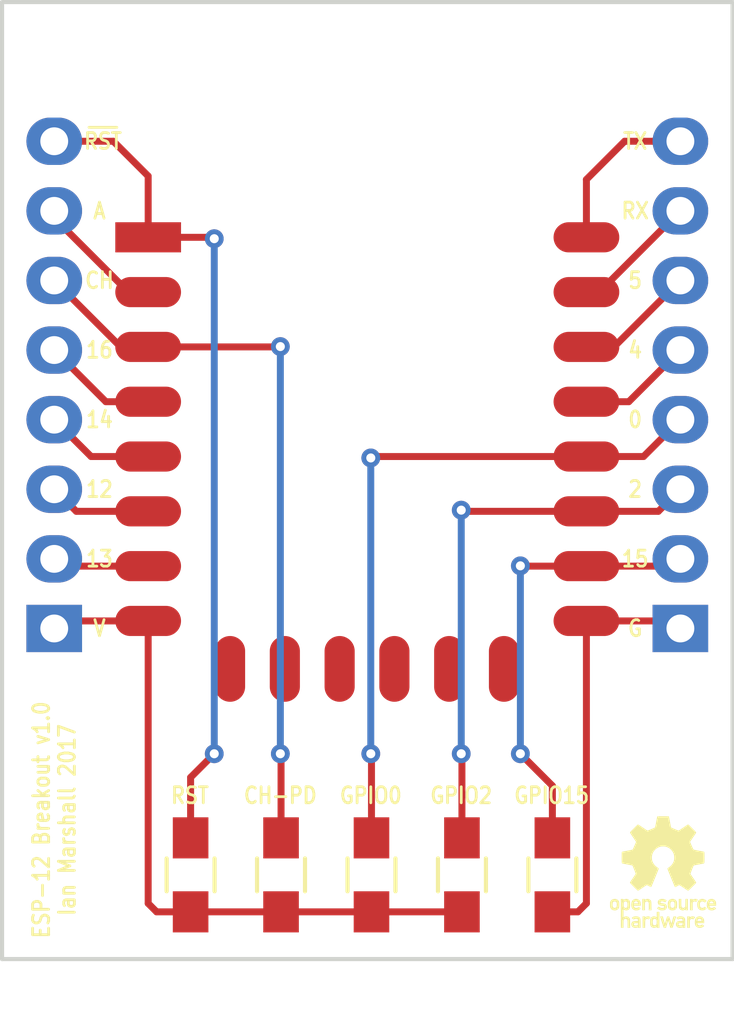
<source format=kicad_pcb>
(kicad_pcb (version 4) (host pcbnew 4.0.5-e0-6337~49~ubuntu16.04.1)

  (general
    (links 26)
    (no_connects 0)
    (area 140.7526 96.444999 170.882828 133.9964)
    (thickness 1.6)
    (drawings 27)
    (tracks 79)
    (zones 0)
    (modules 9)
    (nets 23)
  )

  (page A4)
  (layers
    (0 F.Cu signal)
    (31 B.Cu signal)
    (34 B.Paste user)
    (35 F.Paste user)
    (36 B.SilkS user)
    (37 F.SilkS user)
    (38 B.Mask user)
    (39 F.Mask user)
    (41 Cmts.User user)
    (44 Edge.Cuts user)
    (46 B.CrtYd user)
    (47 F.CrtYd user)
    (48 B.Fab user)
    (49 F.Fab user)
  )

  (setup
    (last_trace_width 0.1524)
    (user_trace_width 0.254)
    (user_trace_width 0.508)
    (trace_clearance 0.1524)
    (zone_clearance 0.508)
    (zone_45_only no)
    (trace_min 0.1524)
    (segment_width 0.2)
    (edge_width 0.15)
    (via_size 0.6858)
    (via_drill 0.3302)
    (via_min_size 0.6858)
    (via_min_drill 0.3302)
    (uvia_size 0.762)
    (uvia_drill 0.508)
    (uvias_allowed no)
    (uvia_min_size 0)
    (uvia_min_drill 0)
    (pcb_text_width 0.3)
    (pcb_text_size 1.5 1.5)
    (mod_edge_width 0.15)
    (mod_text_size 1 1)
    (mod_text_width 0.15)
    (pad_size 1.524 1.524)
    (pad_drill 0.762)
    (pad_to_mask_clearance 0.2)
    (aux_axis_origin 0 0)
    (visible_elements FFFFFF7F)
    (pcbplotparams
      (layerselection 0x010f0_80000001)
      (usegerberextensions true)
      (excludeedgelayer true)
      (linewidth 0.100000)
      (plotframeref false)
      (viasonmask false)
      (mode 1)
      (useauxorigin false)
      (hpglpennumber 1)
      (hpglpenspeed 20)
      (hpglpendiameter 15)
      (hpglpenoverlay 2)
      (psnegative false)
      (psa4output false)
      (plotreference false)
      (plotvalue false)
      (plotinvisibletext false)
      (padsonsilk false)
      (subtractmaskfromsilk false)
      (outputformat 1)
      (mirror false)
      (drillshape 0)
      (scaleselection 1)
      (outputdirectory gerber2/))
  )

  (net 0 "")
  (net 1 "Net-(P1-Pad2)")
  (net 2 "Net-(P1-Pad3)")
  (net 3 "Net-(P1-Pad4)")
  (net 4 "Net-(P1-Pad5)")
  (net 5 "Net-(P1-Pad6)")
  (net 6 "Net-(P1-Pad7)")
  (net 7 VCC)
  (net 8 "Net-(P2-Pad2)")
  (net 9 "Net-(P2-Pad3)")
  (net 10 "Net-(P2-Pad4)")
  (net 11 "Net-(P2-Pad5)")
  (net 12 "Net-(P2-Pad6)")
  (net 13 "Net-(P2-Pad7)")
  (net 14 GND)
  (net 15 "Net-(U1-Pad9)")
  (net 16 "Net-(U1-Pad10)")
  (net 17 "Net-(U1-Pad11)")
  (net 18 "Net-(U1-Pad12)")
  (net 19 "Net-(U1-Pad13)")
  (net 20 "Net-(U1-Pad14)")
  (net 21 "Net-(P1-Pad8)")
  (net 22 "Net-(P2-Pad8)")

  (net_class Default "This is the default net class."
    (clearance 0.1524)
    (trace_width 0.1524)
    (via_dia 0.6858)
    (via_drill 0.3302)
    (uvia_dia 0.762)
    (uvia_drill 0.508)
    (add_net GND)
    (add_net "Net-(P1-Pad2)")
    (add_net "Net-(P1-Pad3)")
    (add_net "Net-(P1-Pad4)")
    (add_net "Net-(P1-Pad5)")
    (add_net "Net-(P1-Pad6)")
    (add_net "Net-(P1-Pad7)")
    (add_net "Net-(P1-Pad8)")
    (add_net "Net-(P2-Pad2)")
    (add_net "Net-(P2-Pad3)")
    (add_net "Net-(P2-Pad4)")
    (add_net "Net-(P2-Pad5)")
    (add_net "Net-(P2-Pad6)")
    (add_net "Net-(P2-Pad7)")
    (add_net "Net-(P2-Pad8)")
    (add_net "Net-(U1-Pad10)")
    (add_net "Net-(U1-Pad11)")
    (add_net "Net-(U1-Pad12)")
    (add_net "Net-(U1-Pad13)")
    (add_net "Net-(U1-Pad14)")
    (add_net "Net-(U1-Pad9)")
    (add_net VCC)
  )

  (module ESP8266:ESP-12E (layer F.Cu) (tedit 5868B90A) (tstamp 58666DC5)
    (at 148.209 105.1052)
    (descr "Module, ESP-8266, ESP-12, 16 pad, SMD")
    (tags "Module ESP-8266 ESP8266")
    (path /586667DC)
    (fp_text reference U1 (at 8.0264 5.9436) (layer Cmts.User)
      (effects (font (size 1 1) (thickness 0.15)))
    )
    (fp_text value ESP-12E (at 8 1) (layer Cmts.User)
      (effects (font (size 1 1) (thickness 0.15)))
    )
    (fp_line (start 16 -8.4) (end 0 -2.6) (layer F.CrtYd) (width 0.1524))
    (fp_line (start 0 -8.4) (end 16 -2.6) (layer F.CrtYd) (width 0.1524))
    (fp_text user "No Copper" (at 7.9 -5.4) (layer F.CrtYd)
      (effects (font (size 1 1) (thickness 0.15)))
    )
    (fp_line (start 0 -8.4) (end 0 -2.6) (layer F.CrtYd) (width 0.1524))
    (fp_line (start 0 -2.6) (end 16 -2.6) (layer F.CrtYd) (width 0.1524))
    (fp_line (start 16 -2.6) (end 16 -8.4) (layer F.CrtYd) (width 0.1524))
    (fp_line (start 16 -8.4) (end 0 -8.4) (layer F.CrtYd) (width 0.1524))
    (fp_line (start 16 -8.4) (end 16 15.6) (layer F.Fab) (width 0.1524))
    (fp_line (start 16 15.6) (end 0 15.6) (layer F.Fab) (width 0.1524))
    (fp_line (start 0 15.6) (end 0 -8.4) (layer F.Fab) (width 0.1524))
    (fp_line (start 0 -8.4) (end 16 -8.4) (layer F.Fab) (width 0.1524))
    (pad 9 smd oval (at 2.99 15.75 90) (size 2.4 1.1) (layers F.Cu F.Paste F.Mask)
      (net 15 "Net-(U1-Pad9)"))
    (pad 10 smd oval (at 4.99 15.75 90) (size 2.4 1.1) (layers F.Cu F.Paste F.Mask)
      (net 16 "Net-(U1-Pad10)"))
    (pad 11 smd oval (at 6.99 15.75 90) (size 2.4 1.1) (layers F.Cu F.Paste F.Mask)
      (net 17 "Net-(U1-Pad11)"))
    (pad 12 smd oval (at 8.99 15.75 90) (size 2.4 1.1) (layers F.Cu F.Paste F.Mask)
      (net 18 "Net-(U1-Pad12)"))
    (pad 13 smd oval (at 10.99 15.75 90) (size 2.4 1.1) (layers F.Cu F.Paste F.Mask)
      (net 19 "Net-(U1-Pad13)"))
    (pad 14 smd oval (at 12.99 15.75 90) (size 2.4 1.1) (layers F.Cu F.Paste F.Mask)
      (net 20 "Net-(U1-Pad14)"))
    (pad 1 smd rect (at 0 0) (size 2.4 1.1) (layers F.Cu F.Paste F.Mask)
      (net 21 "Net-(P1-Pad8)"))
    (pad 2 smd oval (at 0 2) (size 2.4 1.1) (layers F.Cu F.Paste F.Mask)
      (net 6 "Net-(P1-Pad7)"))
    (pad 3 smd oval (at 0 4) (size 2.4 1.1) (layers F.Cu F.Paste F.Mask)
      (net 5 "Net-(P1-Pad6)"))
    (pad 4 smd oval (at 0 6) (size 2.4 1.1) (layers F.Cu F.Paste F.Mask)
      (net 4 "Net-(P1-Pad5)"))
    (pad 5 smd oval (at 0 8) (size 2.4 1.1) (layers F.Cu F.Paste F.Mask)
      (net 3 "Net-(P1-Pad4)"))
    (pad 6 smd oval (at 0 10) (size 2.4 1.1) (layers F.Cu F.Paste F.Mask)
      (net 2 "Net-(P1-Pad3)"))
    (pad 7 smd oval (at 0 12) (size 2.4 1.1) (layers F.Cu F.Paste F.Mask)
      (net 1 "Net-(P1-Pad2)"))
    (pad 8 smd oval (at 0 14) (size 2.4 1.1) (layers F.Cu F.Paste F.Mask)
      (net 7 VCC))
    (pad 15 smd oval (at 16 14) (size 2.4 1.1) (layers F.Cu F.Paste F.Mask)
      (net 14 GND))
    (pad 16 smd oval (at 16 12) (size 2.4 1.1) (layers F.Cu F.Paste F.Mask)
      (net 8 "Net-(P2-Pad2)"))
    (pad 17 smd oval (at 16 10) (size 2.4 1.1) (layers F.Cu F.Paste F.Mask)
      (net 9 "Net-(P2-Pad3)"))
    (pad 18 smd oval (at 16 8) (size 2.4 1.1) (layers F.Cu F.Paste F.Mask)
      (net 10 "Net-(P2-Pad4)"))
    (pad 19 smd oval (at 16 6) (size 2.4 1.1) (layers F.Cu F.Paste F.Mask)
      (net 11 "Net-(P2-Pad5)"))
    (pad 20 smd oval (at 16 4) (size 2.4 1.1) (layers F.Cu F.Paste F.Mask)
      (net 12 "Net-(P2-Pad6)"))
    (pad 21 smd oval (at 16 2) (size 2.4 1.1) (layers F.Cu F.Paste F.Mask)
      (net 13 "Net-(P2-Pad7)"))
    (pad 22 smd oval (at 16 0) (size 2.4 1.1) (layers F.Cu F.Paste F.Mask)
      (net 22 "Net-(P2-Pad8)"))
    (model ${ESPLIB}/ESP8266.3dshapes/ESP-12.wrl
      (at (xyz 0.04 0 0))
      (scale (xyz 0.3937 0.3937 0.3937))
      (rotate (xyz 0 0 0))
    )
  )

  (module Resistors_SMD:R_0805_HandSoldering (layer F.Cu) (tedit 58691227) (tstamp 5868A277)
    (at 149.7584 128.3716 90)
    (descr "Resistor SMD 0805, hand soldering")
    (tags "resistor 0805")
    (path /58666B7B)
    (attr smd)
    (fp_text reference R1 (at -4.5974 -0.0254 180) (layer Cmts.User)
      (effects (font (size 1 1) (thickness 0.15)))
    )
    (fp_text value 10k (at -3.302 0 180) (layer Cmts.User)
      (effects (font (size 1 1) (thickness 0.15)))
    )
    (fp_line (start -1 0.625) (end -1 -0.625) (layer F.Fab) (width 0.1))
    (fp_line (start 1 0.625) (end -1 0.625) (layer F.Fab) (width 0.1))
    (fp_line (start 1 -0.625) (end 1 0.625) (layer F.Fab) (width 0.1))
    (fp_line (start -1 -0.625) (end 1 -0.625) (layer F.Fab) (width 0.1))
    (fp_line (start -2.4 -1) (end 2.4 -1) (layer F.CrtYd) (width 0.05))
    (fp_line (start -2.4 1) (end 2.4 1) (layer F.CrtYd) (width 0.05))
    (fp_line (start -2.4 -1) (end -2.4 1) (layer F.CrtYd) (width 0.05))
    (fp_line (start 2.4 -1) (end 2.4 1) (layer F.CrtYd) (width 0.05))
    (fp_line (start 0.6 0.875) (end -0.6 0.875) (layer F.SilkS) (width 0.15))
    (fp_line (start -0.6 -0.875) (end 0.6 -0.875) (layer F.SilkS) (width 0.15))
    (pad 1 smd rect (at -1.35 0 90) (size 1.5 1.3) (layers F.Cu F.Paste F.Mask)
      (net 7 VCC))
    (pad 2 smd rect (at 1.35 0 90) (size 1.5 1.3) (layers F.Cu F.Paste F.Mask)
      (net 21 "Net-(P1-Pad8)"))
    (model Resistors_SMD.3dshapes/R_0805_HandSoldering.wrl
      (at (xyz 0 0 0))
      (scale (xyz 1 1 1))
      (rotate (xyz 0 0 0))
    )
  )

  (module Resistors_SMD:R_0805_HandSoldering (layer F.Cu) (tedit 58691230) (tstamp 5868A27C)
    (at 153.0604 128.3716 90)
    (descr "Resistor SMD 0805, hand soldering")
    (tags "resistor 0805")
    (path /58666D42)
    (attr smd)
    (fp_text reference R2 (at -4.5974 -0.0254 180) (layer Cmts.User)
      (effects (font (size 1 1) (thickness 0.15)))
    )
    (fp_text value 10k (at -3.302 0 180) (layer Cmts.User)
      (effects (font (size 1 1) (thickness 0.15)))
    )
    (fp_line (start -1 0.625) (end -1 -0.625) (layer F.Fab) (width 0.1))
    (fp_line (start 1 0.625) (end -1 0.625) (layer F.Fab) (width 0.1))
    (fp_line (start 1 -0.625) (end 1 0.625) (layer F.Fab) (width 0.1))
    (fp_line (start -1 -0.625) (end 1 -0.625) (layer F.Fab) (width 0.1))
    (fp_line (start -2.4 -1) (end 2.4 -1) (layer F.CrtYd) (width 0.05))
    (fp_line (start -2.4 1) (end 2.4 1) (layer F.CrtYd) (width 0.05))
    (fp_line (start -2.4 -1) (end -2.4 1) (layer F.CrtYd) (width 0.05))
    (fp_line (start 2.4 -1) (end 2.4 1) (layer F.CrtYd) (width 0.05))
    (fp_line (start 0.6 0.875) (end -0.6 0.875) (layer F.SilkS) (width 0.15))
    (fp_line (start -0.6 -0.875) (end 0.6 -0.875) (layer F.SilkS) (width 0.15))
    (pad 1 smd rect (at -1.35 0 90) (size 1.5 1.3) (layers F.Cu F.Paste F.Mask)
      (net 7 VCC))
    (pad 2 smd rect (at 1.35 0 90) (size 1.5 1.3) (layers F.Cu F.Paste F.Mask)
      (net 5 "Net-(P1-Pad6)"))
    (model Resistors_SMD.3dshapes/R_0805_HandSoldering.wrl
      (at (xyz 0 0 0))
      (scale (xyz 1 1 1))
      (rotate (xyz 0 0 0))
    )
  )

  (module Resistors_SMD:R_0805_HandSoldering (layer F.Cu) (tedit 58691237) (tstamp 5868A281)
    (at 156.3624 128.3716 90)
    (descr "Resistor SMD 0805, hand soldering")
    (tags "resistor 0805")
    (path /58666EB3)
    (attr smd)
    (fp_text reference R3 (at -4.5974 -0.0254 180) (layer Cmts.User)
      (effects (font (size 1 1) (thickness 0.15)))
    )
    (fp_text value 10k (at -3.302 0 180) (layer Cmts.User)
      (effects (font (size 1 1) (thickness 0.15)))
    )
    (fp_line (start -1 0.625) (end -1 -0.625) (layer F.Fab) (width 0.1))
    (fp_line (start 1 0.625) (end -1 0.625) (layer F.Fab) (width 0.1))
    (fp_line (start 1 -0.625) (end 1 0.625) (layer F.Fab) (width 0.1))
    (fp_line (start -1 -0.625) (end 1 -0.625) (layer F.Fab) (width 0.1))
    (fp_line (start -2.4 -1) (end 2.4 -1) (layer F.CrtYd) (width 0.05))
    (fp_line (start -2.4 1) (end 2.4 1) (layer F.CrtYd) (width 0.05))
    (fp_line (start -2.4 -1) (end -2.4 1) (layer F.CrtYd) (width 0.05))
    (fp_line (start 2.4 -1) (end 2.4 1) (layer F.CrtYd) (width 0.05))
    (fp_line (start 0.6 0.875) (end -0.6 0.875) (layer F.SilkS) (width 0.15))
    (fp_line (start -0.6 -0.875) (end 0.6 -0.875) (layer F.SilkS) (width 0.15))
    (pad 1 smd rect (at -1.35 0 90) (size 1.5 1.3) (layers F.Cu F.Paste F.Mask)
      (net 7 VCC))
    (pad 2 smd rect (at 1.35 0 90) (size 1.5 1.3) (layers F.Cu F.Paste F.Mask)
      (net 10 "Net-(P2-Pad4)"))
    (model Resistors_SMD.3dshapes/R_0805_HandSoldering.wrl
      (at (xyz 0 0 0))
      (scale (xyz 1 1 1))
      (rotate (xyz 0 0 0))
    )
  )

  (module Resistors_SMD:R_0805_HandSoldering (layer F.Cu) (tedit 5869123D) (tstamp 5868A286)
    (at 159.6644 128.3716 90)
    (descr "Resistor SMD 0805, hand soldering")
    (tags "resistor 0805")
    (path /58666EDC)
    (attr smd)
    (fp_text reference R4 (at -4.5974 -0.0254 180) (layer Cmts.User)
      (effects (font (size 1 1) (thickness 0.15)))
    )
    (fp_text value 10k (at -3.302 0 180) (layer Cmts.User)
      (effects (font (size 1 1) (thickness 0.15)))
    )
    (fp_line (start -1 0.625) (end -1 -0.625) (layer F.Fab) (width 0.1))
    (fp_line (start 1 0.625) (end -1 0.625) (layer F.Fab) (width 0.1))
    (fp_line (start 1 -0.625) (end 1 0.625) (layer F.Fab) (width 0.1))
    (fp_line (start -1 -0.625) (end 1 -0.625) (layer F.Fab) (width 0.1))
    (fp_line (start -2.4 -1) (end 2.4 -1) (layer F.CrtYd) (width 0.05))
    (fp_line (start -2.4 1) (end 2.4 1) (layer F.CrtYd) (width 0.05))
    (fp_line (start -2.4 -1) (end -2.4 1) (layer F.CrtYd) (width 0.05))
    (fp_line (start 2.4 -1) (end 2.4 1) (layer F.CrtYd) (width 0.05))
    (fp_line (start 0.6 0.875) (end -0.6 0.875) (layer F.SilkS) (width 0.15))
    (fp_line (start -0.6 -0.875) (end 0.6 -0.875) (layer F.SilkS) (width 0.15))
    (pad 1 smd rect (at -1.35 0 90) (size 1.5 1.3) (layers F.Cu F.Paste F.Mask)
      (net 7 VCC))
    (pad 2 smd rect (at 1.35 0 90) (size 1.5 1.3) (layers F.Cu F.Paste F.Mask)
      (net 9 "Net-(P2-Pad3)"))
    (model Resistors_SMD.3dshapes/R_0805_HandSoldering.wrl
      (at (xyz 0 0 0))
      (scale (xyz 1 1 1))
      (rotate (xyz 0 0 0))
    )
  )

  (module Resistors_SMD:R_0805_HandSoldering (layer F.Cu) (tedit 58691243) (tstamp 5868A28B)
    (at 162.9664 128.3716 90)
    (descr "Resistor SMD 0805, hand soldering")
    (tags "resistor 0805")
    (path /58666F07)
    (attr smd)
    (fp_text reference R5 (at -4.5974 -0.0254 180) (layer Cmts.User)
      (effects (font (size 1 1) (thickness 0.15)))
    )
    (fp_text value 10k (at -3.302 0 180) (layer Cmts.User)
      (effects (font (size 1 1) (thickness 0.15)))
    )
    (fp_line (start -1 0.625) (end -1 -0.625) (layer F.Fab) (width 0.1))
    (fp_line (start 1 0.625) (end -1 0.625) (layer F.Fab) (width 0.1))
    (fp_line (start 1 -0.625) (end 1 0.625) (layer F.Fab) (width 0.1))
    (fp_line (start -1 -0.625) (end 1 -0.625) (layer F.Fab) (width 0.1))
    (fp_line (start -2.4 -1) (end 2.4 -1) (layer F.CrtYd) (width 0.05))
    (fp_line (start -2.4 1) (end 2.4 1) (layer F.CrtYd) (width 0.05))
    (fp_line (start -2.4 -1) (end -2.4 1) (layer F.CrtYd) (width 0.05))
    (fp_line (start 2.4 -1) (end 2.4 1) (layer F.CrtYd) (width 0.05))
    (fp_line (start 0.6 0.875) (end -0.6 0.875) (layer F.SilkS) (width 0.15))
    (fp_line (start -0.6 -0.875) (end 0.6 -0.875) (layer F.SilkS) (width 0.15))
    (pad 1 smd rect (at -1.35 0 90) (size 1.5 1.3) (layers F.Cu F.Paste F.Mask)
      (net 14 GND))
    (pad 2 smd rect (at 1.35 0 90) (size 1.5 1.3) (layers F.Cu F.Paste F.Mask)
      (net 8 "Net-(P2-Pad2)"))
    (model Resistors_SMD.3dshapes/R_0805_HandSoldering.wrl
      (at (xyz 0 0 0))
      (scale (xyz 1 1 1))
      (rotate (xyz 0 0 0))
    )
  )

  (module Customised:Socket_Strip_Straight_1x08 (layer F.Cu) (tedit 5868BB82) (tstamp 58666D8D)
    (at 167.64 119.38 90)
    (descr "Through hole socket strip")
    (tags "socket strip")
    (path /5866687F)
    (fp_text reference P2 (at -2.54 0 180) (layer Cmts.User)
      (effects (font (size 1 1) (thickness 0.15)))
    )
    (fp_text value CONN_01X08 (at 0 -3.1 90) (layer F.Fab) hide
      (effects (font (size 1 1) (thickness 0.15)))
    )
    (fp_line (start -1.75 -1.75) (end -1.75 1.75) (layer F.CrtYd) (width 0.05))
    (fp_line (start 19.55 -1.75) (end 19.55 1.75) (layer F.CrtYd) (width 0.05))
    (fp_line (start -1.75 -1.75) (end 19.55 -1.75) (layer F.CrtYd) (width 0.05))
    (fp_line (start -1.75 1.75) (end 19.55 1.75) (layer F.CrtYd) (width 0.05))
    (pad 1 thru_hole rect (at 0 0 90) (size 1.7272 2.032) (drill 1.016) (layers *.Cu *.Mask)
      (net 14 GND))
    (pad 2 thru_hole oval (at 2.54 0 90) (size 1.7272 2.032) (drill 1.016) (layers *.Cu *.Mask)
      (net 8 "Net-(P2-Pad2)"))
    (pad 3 thru_hole oval (at 5.08 0 90) (size 1.7272 2.032) (drill 1.016) (layers *.Cu *.Mask)
      (net 9 "Net-(P2-Pad3)"))
    (pad 4 thru_hole oval (at 7.62 0 90) (size 1.7272 2.032) (drill 1.016) (layers *.Cu *.Mask)
      (net 10 "Net-(P2-Pad4)"))
    (pad 5 thru_hole oval (at 10.16 0 90) (size 1.7272 2.032) (drill 1.016) (layers *.Cu *.Mask)
      (net 11 "Net-(P2-Pad5)"))
    (pad 6 thru_hole oval (at 12.7 0 90) (size 1.7272 2.032) (drill 1.016) (layers *.Cu *.Mask)
      (net 12 "Net-(P2-Pad6)"))
    (pad 7 thru_hole oval (at 15.24 0 90) (size 1.7272 2.032) (drill 1.016) (layers *.Cu *.Mask)
      (net 13 "Net-(P2-Pad7)"))
    (pad 8 thru_hole oval (at 17.78 0 90) (size 1.7272 2.032) (drill 1.016) (layers *.Cu *.Mask)
      (net 22 "Net-(P2-Pad8)"))
    (model Socket_Strips.3dshapes/Socket_Strip_Straight_1x08.wrl
      (at (xyz 0.35 0 0))
      (scale (xyz 1 1 1))
      (rotate (xyz 0 0 180))
    )
  )

  (module Customised:Socket_Strip_Straight_1x08 (layer F.Cu) (tedit 5868BB82) (tstamp 58666D81)
    (at 144.78 119.38 90)
    (descr "Through hole socket strip")
    (tags "socket strip")
    (path /586669DB)
    (fp_text reference P1 (at -2.54 0 180) (layer Cmts.User)
      (effects (font (size 1 1) (thickness 0.15)))
    )
    (fp_text value CONN_01X08 (at 0 -3.1 90) (layer F.Fab) hide
      (effects (font (size 1 1) (thickness 0.15)))
    )
    (fp_line (start -1.75 -1.75) (end -1.75 1.75) (layer F.CrtYd) (width 0.05))
    (fp_line (start 19.55 -1.75) (end 19.55 1.75) (layer F.CrtYd) (width 0.05))
    (fp_line (start -1.75 -1.75) (end 19.55 -1.75) (layer F.CrtYd) (width 0.05))
    (fp_line (start -1.75 1.75) (end 19.55 1.75) (layer F.CrtYd) (width 0.05))
    (pad 1 thru_hole rect (at 0 0 90) (size 1.7272 2.032) (drill 1.016) (layers *.Cu *.Mask)
      (net 7 VCC))
    (pad 2 thru_hole oval (at 2.54 0 90) (size 1.7272 2.032) (drill 1.016) (layers *.Cu *.Mask)
      (net 1 "Net-(P1-Pad2)"))
    (pad 3 thru_hole oval (at 5.08 0 90) (size 1.7272 2.032) (drill 1.016) (layers *.Cu *.Mask)
      (net 2 "Net-(P1-Pad3)"))
    (pad 4 thru_hole oval (at 7.62 0 90) (size 1.7272 2.032) (drill 1.016) (layers *.Cu *.Mask)
      (net 3 "Net-(P1-Pad4)"))
    (pad 5 thru_hole oval (at 10.16 0 90) (size 1.7272 2.032) (drill 1.016) (layers *.Cu *.Mask)
      (net 4 "Net-(P1-Pad5)"))
    (pad 6 thru_hole oval (at 12.7 0 90) (size 1.7272 2.032) (drill 1.016) (layers *.Cu *.Mask)
      (net 5 "Net-(P1-Pad6)"))
    (pad 7 thru_hole oval (at 15.24 0 90) (size 1.7272 2.032) (drill 1.016) (layers *.Cu *.Mask)
      (net 6 "Net-(P1-Pad7)"))
    (pad 8 thru_hole oval (at 17.78 0 90) (size 1.7272 2.032) (drill 1.016) (layers *.Cu *.Mask)
      (net 21 "Net-(P1-Pad8)"))
    (model Socket_Strips.3dshapes/Socket_Strip_Straight_1x08.wrl
      (at (xyz 0.35 0 0))
      (scale (xyz 1 1 1))
      (rotate (xyz 0 0 180))
    )
  )

  (module oshw:oshw-3.9-4.1 (layer F.Cu) (tedit 0) (tstamp 5869CAB4)
    (at 167.005 128.27)
    (fp_text reference G*** (at 0 0) (layer F.SilkS) hide
      (effects (font (thickness 0.3)))
    )
    (fp_text value LOGO (at 0.75 0) (layer F.SilkS) hide
      (effects (font (thickness 0.3)))
    )
    (fp_poly (pts (xy -1.299185 0.988671) (xy -1.269419 1.001905) (xy -1.243901 1.021487) (xy -1.224269 1.046939)
      (xy -1.213872 1.071309) (xy -1.211707 1.083023) (xy -1.209515 1.102465) (xy -1.207516 1.127206)
      (xy -1.205929 1.154818) (xy -1.205565 1.16332) (xy -1.204822 1.216341) (xy -1.20717 1.260274)
      (xy -1.212688 1.295735) (xy -1.22145 1.323338) (xy -1.226805 1.333932) (xy -1.24772 1.360184)
      (xy -1.274571 1.379568) (xy -1.305528 1.39176) (xy -1.338755 1.396437) (xy -1.372421 1.393276)
      (xy -1.404693 1.381954) (xy -1.425523 1.36896) (xy -1.436525 1.361057) (xy -1.443872 1.356673)
      (xy -1.444922 1.35636) (xy -1.445643 1.361232) (xy -1.446298 1.375024) (xy -1.446864 1.396491)
      (xy -1.447316 1.424393) (xy -1.447632 1.457487) (xy -1.447788 1.494532) (xy -1.4478 1.508726)
      (xy -1.4478 1.661092) (xy -1.424824 1.643554) (xy -1.408197 1.632773) (xy -1.391081 1.624589)
      (xy -1.382914 1.622058) (xy -1.357424 1.61896) (xy -1.329961 1.619172) (xy -1.304775 1.622468)
      (xy -1.289612 1.626967) (xy -1.265333 1.641343) (xy -1.242122 1.662275) (xy -1.223426 1.686443)
      (xy -1.218227 1.695772) (xy -1.214919 1.702833) (xy -1.212283 1.709914) (xy -1.210227 1.718242)
      (xy -1.208661 1.729043) (xy -1.207493 1.743544) (xy -1.206632 1.76297) (xy -1.205987 1.788549)
      (xy -1.205466 1.821508) (xy -1.204979 1.863071) (xy -1.204843 1.87579) (xy -1.203186 2.032)
      (xy -1.29032 2.032) (xy -1.29032 1.904319) (xy -1.290591 1.856488) (xy -1.291391 1.817258)
      (xy -1.292705 1.787038) (xy -1.294515 1.766235) (xy -1.296278 1.756755) (xy -1.307264 1.735585)
      (xy -1.325008 1.717719) (xy -1.346335 1.706047) (xy -1.354334 1.703908) (xy -1.375467 1.704196)
      (xy -1.398271 1.71102) (xy -1.41845 1.722703) (xy -1.428809 1.733) (xy -1.434237 1.741658)
      (xy -1.438527 1.752228) (xy -1.441809 1.765931) (xy -1.444212 1.78399) (xy -1.445863 1.807625)
      (xy -1.446891 1.838058) (xy -1.447426 1.876509) (xy -1.447579 1.91135) (xy -1.4478 2.032)
      (xy -1.487594 2.032) (xy -1.506814 2.031594) (xy -1.521903 2.030521) (xy -1.530146 2.028992)
      (xy -1.530774 2.028613) (xy -1.531242 2.02317) (xy -1.53169 2.008246) (xy -1.532115 1.984517)
      (xy -1.532512 1.952664) (xy -1.532877 1.913363) (xy -1.533205 1.867292) (xy -1.533492 1.815131)
      (xy -1.533734 1.757557) (xy -1.533926 1.695249) (xy -1.534063 1.628884) (xy -1.534142 1.55914)
      (xy -1.53416 1.505373) (xy -1.53416 1.191491) (xy -1.44018 1.191491) (xy -1.439992 1.221042)
      (xy -1.439294 1.242304) (xy -1.437885 1.257145) (xy -1.435565 1.267431) (xy -1.432133 1.275029)
      (xy -1.431014 1.276824) (xy -1.413263 1.295277) (xy -1.390309 1.30677) (xy -1.364868 1.310691)
      (xy -1.339657 1.306424) (xy -1.326845 1.300349) (xy -1.314035 1.290547) (xy -1.304758 1.278026)
      (xy -1.298518 1.261156) (xy -1.29482 1.238308) (xy -1.293169 1.207851) (xy -1.292956 1.18872)
      (xy -1.293143 1.160803) (xy -1.293992 1.140753) (xy -1.295788 1.126282) (xy -1.298813 1.115104)
      (xy -1.303353 1.104931) (xy -1.303369 1.1049) (xy -1.318858 1.085126) (xy -1.339881 1.072211)
      (xy -1.363942 1.066788) (xy -1.388546 1.069491) (xy -1.407679 1.078419) (xy -1.419548 1.087479)
      (xy -1.428162 1.097433) (xy -1.434026 1.110032) (xy -1.437644 1.12703) (xy -1.439519 1.150179)
      (xy -1.440156 1.181232) (xy -1.44018 1.191491) (xy -1.53416 1.191491) (xy -1.53416 0.98552)
      (xy -1.448414 0.98552) (xy -1.446837 1.003554) (xy -1.44526 1.021589) (xy -1.427962 1.008781)
      (xy -1.397588 0.991839) (xy -1.364908 0.983159) (xy -1.331561 0.982263) (xy -1.299185 0.988671)) (layer F.SilkS) (width 0.01))
    (fp_poly (pts (xy -0.957072 1.619578) (xy -0.935507 1.621624) (xy -0.917589 1.625451) (xy -0.903135 1.630316)
      (xy -0.873741 1.64625) (xy -0.85009 1.668531) (xy -0.833838 1.69534) (xy -0.828394 1.712523)
      (xy -0.82686 1.724919) (xy -0.825521 1.746119) (xy -0.824419 1.77477) (xy -0.823597 1.809517)
      (xy -0.823099 1.849006) (xy -0.82296 1.88493) (xy -0.82296 2.032) (xy -0.90932 2.032)
      (xy -0.90932 2.001002) (xy -0.927843 2.01513) (xy -0.937161 2.021647) (xy -0.946256 2.025867)
      (xy -0.957737 2.028364) (xy -0.974215 2.02971) (xy -0.997693 2.030465) (xy -1.020927 2.03058)
      (xy -1.041536 2.029904) (xy -1.056615 2.028571) (xy -1.061753 2.027526) (xy -1.093559 2.012511)
      (xy -1.119003 1.991181) (xy -1.137637 1.96507) (xy -1.149014 1.935717) (xy -1.152689 1.904657)
      (xy -1.152538 1.903602) (xy -1.069376 1.903602) (xy -1.065818 1.921465) (xy -1.054211 1.936497)
      (xy -1.044991 1.942456) (xy -1.030228 1.946802) (xy -1.009031 1.949573) (xy -0.985019 1.950661)
      (xy -0.961812 1.949956) (xy -0.94303 1.947352) (xy -0.937345 1.945672) (xy -0.924531 1.935705)
      (xy -0.915085 1.918026) (xy -0.909963 1.894792) (xy -0.90932 1.882303) (xy -0.90932 1.85928)
      (xy -0.96611 1.85928) (xy -0.999356 1.859996) (xy -1.024106 1.862431) (xy -1.041942 1.867007)
      (xy -1.054445 1.874151) (xy -1.063197 1.884288) (xy -1.06399 1.88559) (xy -1.069376 1.903602)
      (xy -1.152538 1.903602) (xy -1.148213 1.873427) (xy -1.13514 1.843564) (xy -1.120816 1.824495)
      (xy -1.108707 1.812665) (xy -1.095736 1.803855) (xy -1.080142 1.797591) (xy -1.060161 1.793397)
      (xy -1.03403 1.790799) (xy -0.999986 1.789321) (xy -0.98933 1.789055) (xy -0.90932 1.787267)
      (xy -0.90932 1.760056) (xy -0.911984 1.736191) (xy -0.920785 1.71939) (xy -0.936942 1.708255)
      (xy -0.96012 1.701667) (xy -0.994262 1.698776) (xy -1.02443 1.703088) (xy -1.048838 1.714329)
      (xy -1.050588 1.715594) (xy -1.067395 1.72817) (xy -1.086148 1.715052) (xy -1.102032 1.703541)
      (xy -1.117457 1.691763) (xy -1.12014 1.689621) (xy -1.13538 1.677307) (xy -1.114121 1.657051)
      (xy -1.093386 1.640617) (xy -1.070042 1.629221) (xy -1.042075 1.622267) (xy -1.007471 1.619157)
      (xy -0.98552 1.618863) (xy -0.957072 1.619578)) (layer F.SilkS) (width 0.01))
    (fp_poly (pts (xy -0.534194 1.618871) (xy -0.500051 1.627568) (xy -0.48895 1.632566) (xy -0.474706 1.640228)
      (xy -0.465029 1.646274) (xy -0.46228 1.648911) (xy -0.465287 1.653916) (xy -0.473118 1.664334)
      (xy -0.483991 1.678003) (xy -0.496123 1.692761) (xy -0.507731 1.706445) (xy -0.517032 1.716895)
      (xy -0.522242 1.721947) (xy -0.52265 1.72212) (xy -0.528279 1.720093) (xy -0.539802 1.714944)
      (xy -0.547026 1.711511) (xy -0.573016 1.703958) (xy -0.598153 1.705996) (xy -0.620827 1.717082)
      (xy -0.63943 1.736674) (xy -0.643992 1.744158) (xy -0.646697 1.750248) (xy -0.64884 1.75833)
      (xy -0.650506 1.769652) (xy -0.65178 1.785463) (xy -0.652749 1.807012) (xy -0.653498 1.835547)
      (xy -0.654112 1.872317) (xy -0.654419 1.89611) (xy -0.656058 2.032) (xy -0.695482 2.032)
      (xy -0.714612 2.031591) (xy -0.729601 2.030508) (xy -0.737723 2.028968) (xy -0.738294 2.028613)
      (xy -0.739035 2.022953) (xy -0.739721 2.008235) (xy -0.740332 1.985561) (xy -0.740851 1.956032)
      (xy -0.741259 1.92075) (xy -0.741539 1.880817) (xy -0.741672 1.837335) (xy -0.74168 1.822873)
      (xy -0.74168 1.62052) (xy -0.65532 1.62052) (xy -0.65532 1.661092) (xy -0.632344 1.643554)
      (xy -0.602696 1.627044) (xy -0.569194 1.618756) (xy -0.534194 1.618871)) (layer F.SilkS) (width 0.01))
    (fp_poly (pts (xy -0.13716 2.032) (xy -0.22352 2.032) (xy -0.22352 1.989588) (xy -0.23495 2.000319)
      (xy -0.259879 2.017268) (xy -0.290375 2.028027) (xy -0.323708 2.032271) (xy -0.357149 2.029673)
      (xy -0.387967 2.019908) (xy -0.390171 2.018841) (xy -0.419785 1.998845) (xy -0.442008 1.97247)
      (xy -0.45438 1.9458) (xy -0.459933 1.92169) (xy -0.46366 1.891078) (xy -0.465619 1.856189)
      (xy -0.46576 1.835038) (xy -0.379307 1.835038) (xy -0.377092 1.864628) (xy -0.371055 1.896402)
      (xy -0.361641 1.919346) (xy -0.347906 1.934497) (xy -0.328905 1.942891) (xy -0.303694 1.945563)
      (xy -0.303278 1.945565) (xy -0.285265 1.944046) (xy -0.269071 1.940143) (xy -0.264663 1.938279)
      (xy -0.250518 1.928156) (xy -0.240286 1.913508) (xy -0.233034 1.892453) (xy -0.228002 1.864422)
      (xy -0.225688 1.835268) (xy -0.226032 1.805104) (xy -0.228766 1.776638) (xy -0.23362 1.75258)
      (xy -0.240323 1.735637) (xy -0.240925 1.73468) (xy -0.257643 1.716863) (xy -0.279675 1.707089)
      (xy -0.30226 1.704702) (xy -0.329395 1.708321) (xy -0.350339 1.719544) (xy -0.36364 1.734747)
      (xy -0.370723 1.751455) (xy -0.37588 1.775518) (xy -0.378833 1.804269) (xy -0.379307 1.835038)
      (xy -0.46576 1.835038) (xy -0.465867 1.819245) (xy -0.464462 1.78247) (xy -0.461461 1.748088)
      (xy -0.456922 1.718321) (xy -0.450901 1.695394) (xy -0.447721 1.687894) (xy -0.427738 1.659385)
      (xy -0.401015 1.637985) (xy -0.368652 1.624337) (xy -0.331746 1.619085) (xy -0.3302 1.619059)
      (xy -0.297061 1.622358) (xy -0.265909 1.632315) (xy -0.240009 1.647794) (xy -0.235014 1.652133)
      (xy -0.22352 1.662931) (xy -0.22352 1.45796) (xy -0.13716 1.45796) (xy -0.13716 2.032)) (layer F.SilkS) (width 0.01))
    (fp_poly (pts (xy -0.003398 1.646197) (xy 0.000173 1.658737) (xy 0.005884 1.679218) (xy 0.013218 1.705775)
      (xy 0.021663 1.736542) (xy 0.030704 1.769653) (xy 0.033741 1.780817) (xy 0.042429 1.812335)
      (xy 0.050365 1.840276) (xy 0.057131 1.863244) (xy 0.062313 1.879846) (xy 0.065496 1.888684)
      (xy 0.066185 1.88976) (xy 0.068422 1.885125) (xy 0.073317 1.872044) (xy 0.080445 1.851752)
      (xy 0.08938 1.825482) (xy 0.099697 1.794471) (xy 0.110971 1.759952) (xy 0.112117 1.75641)
      (xy 0.155217 1.62306) (xy 0.220002 1.62306) (xy 0.263506 1.758883) (xy 0.27483 1.793665)
      (xy 0.285294 1.824716) (xy 0.294481 1.850885) (xy 0.301973 1.871018) (xy 0.307353 1.883964)
      (xy 0.310204 1.888569) (xy 0.310416 1.888423) (xy 0.312617 1.881981) (xy 0.317048 1.8671)
      (xy 0.323319 1.84516) (xy 0.33104 1.817538) (xy 0.339822 1.785614) (xy 0.348095 1.75514)
      (xy 0.357477 1.720719) (xy 0.366156 1.689532) (xy 0.373742 1.662924) (xy 0.379847 1.642244)
      (xy 0.38408 1.628838) (xy 0.385957 1.62412) (xy 0.392359 1.622454) (xy 0.406316 1.621495)
      (xy 0.425239 1.621384) (xy 0.432805 1.62158) (xy 0.476064 1.62306) (xy 0.346448 2.02946)
      (xy 0.27071 2.0324) (xy 0.231229 1.89885) (xy 0.220757 1.86368) (xy 0.211099 1.831722)
      (xy 0.202656 1.804269) (xy 0.195832 1.782612) (xy 0.191027 1.768044) (xy 0.188643 1.761855)
      (xy 0.188583 1.761775) (xy 0.186387 1.765513) (xy 0.18175 1.777817) (xy 0.175065 1.797496)
      (xy 0.166722 1.823359) (xy 0.157114 1.854213) (xy 0.146631 1.888869) (xy 0.14478 1.895089)
      (xy 0.10414 2.031927) (xy 0.067609 2.031963) (xy 0.049416 2.031489) (xy 0.035621 2.030206)
      (xy 0.028975 2.028381) (xy 0.028816 2.02819) (xy 0.02683 2.022668) (xy 0.022114 2.008508)
      (xy 0.015006 1.986757) (xy 0.005844 1.958461) (xy -0.005034 1.924667) (xy -0.017288 1.886422)
      (xy -0.030581 1.844773) (xy -0.035666 1.8288) (xy -0.049276 1.786045) (xy -0.061976 1.746205)
      (xy -0.073425 1.710345) (xy -0.083283 1.67953) (xy -0.091208 1.654823) (xy -0.09686 1.637289)
      (xy -0.099898 1.627992) (xy -0.100286 1.62687) (xy -0.098865 1.623703) (xy -0.090857 1.621718)
      (xy -0.074975 1.620725) (xy -0.056806 1.62052) (xy -0.010925 1.62052) (xy -0.003398 1.646197)) (layer F.SilkS) (width 0.01))
    (fp_poly (pts (xy 0.688641 1.621355) (xy 0.715874 1.626795) (xy 0.716416 1.626956) (xy 0.745661 1.639864)
      (xy 0.77103 1.658957) (xy 0.789957 1.682099) (xy 0.795489 1.692793) (xy 0.798144 1.699962)
      (xy 0.800284 1.708534) (xy 0.801985 1.719703) (xy 0.803319 1.734657) (xy 0.804361 1.754589)
      (xy 0.805184 1.780687) (xy 0.805863 1.814144) (xy 0.806471 1.85615) (xy 0.806683 1.87325)
      (xy 0.808591 2.032) (xy 0.72136 2.032) (xy 0.721205 2.01295) (xy 0.72069 2.001395)
      (xy 0.718942 1.998773) (xy 0.715603 2.003272) (xy 0.707757 2.01108) (xy 0.694562 2.019502)
      (xy 0.689087 2.02221) (xy 0.669127 2.02801) (xy 0.642889 2.031182) (xy 0.613916 2.031688)
      (xy 0.585755 2.029492) (xy 0.561951 2.024555) (xy 0.559011 2.023588) (xy 0.527784 2.007756)
      (xy 0.503522 1.985226) (xy 0.486821 1.957215) (xy 0.478276 1.924943) (xy 0.478439 1.897247)
      (xy 0.560089 1.897247) (xy 0.560356 1.914778) (xy 0.569021 1.931081) (xy 0.580526 1.940698)
      (xy 0.596213 1.946484) (xy 0.618309 1.949998) (xy 0.643306 1.951168) (xy 0.667692 1.94992)
      (xy 0.687958 1.946182) (xy 0.695975 1.943091) (xy 0.709236 1.930663) (xy 0.717809 1.910084)
      (xy 0.721277 1.882426) (xy 0.721331 1.87833) (xy 0.72136 1.85928) (xy 0.66167 1.859287)
      (xy 0.633028 1.859662) (xy 0.612356 1.860944) (xy 0.597484 1.863383) (xy 0.586242 1.867226)
      (xy 0.584254 1.868177) (xy 0.568097 1.880907) (xy 0.560089 1.897247) (xy 0.478439 1.897247)
      (xy 0.478485 1.889626) (xy 0.482905 1.868031) (xy 0.493726 1.845007) (xy 0.511933 1.823038)
      (xy 0.534933 1.805098) (xy 0.540539 1.801902) (xy 0.549646 1.797613) (xy 0.559594 1.794499)
      (xy 0.572287 1.792318) (xy 0.58963 1.790829) (xy 0.61353 1.789789) (xy 0.641927 1.789044)
      (xy 0.722515 1.787246) (xy 0.720329 1.757026) (xy 0.71682 1.733996) (xy 0.709026 1.718572)
      (xy 0.69507 1.708669) (xy 0.673072 1.702202) (xy 0.67052 1.701695) (xy 0.639077 1.698526)
      (xy 0.610664 1.701217) (xy 0.587639 1.709423) (xy 0.579445 1.715005) (xy 0.569135 1.722969)
      (xy 0.56219 1.727056) (xy 0.56149 1.7272) (xy 0.555528 1.724241) (xy 0.54454 1.716648)
      (xy 0.530947 1.706343) (xy 0.517173 1.695247) (xy 0.505639 1.685283) (xy 0.498769 1.678374)
      (xy 0.49784 1.676694) (xy 0.501991 1.669018) (xy 0.512825 1.658637) (xy 0.527906 1.647335)
      (xy 0.544801 1.636895) (xy 0.561077 1.6291) (xy 0.564458 1.627875) (xy 0.590256 1.622049)
      (xy 0.622064 1.619005) (xy 0.656114 1.618766) (xy 0.688641 1.621355)) (layer F.SilkS) (width 0.01))
    (fp_poly (pts (xy 1.123321 1.62542) (xy 1.149916 1.637562) (xy 1.169356 1.649294) (xy 1.139992 1.684437)
      (xy 1.126822 1.700219) (xy 1.116317 1.712847) (xy 1.110039 1.720442) (xy 1.108998 1.721732)
      (xy 1.103963 1.720896) (xy 1.092838 1.716415) (xy 1.084078 1.712253) (xy 1.057822 1.703805)
      (xy 1.033121 1.705374) (xy 1.01015 1.71691) (xy 0.989081 1.738365) (xy 0.988373 1.739304)
      (xy 0.985257 1.743979) (xy 0.982804 1.749513) (xy 0.980918 1.757142) (xy 0.979503 1.768104)
      (xy 0.978459 1.783636) (xy 0.977692 1.804975) (xy 0.977102 1.833359) (xy 0.976594 1.870025)
      (xy 0.976331 1.89266) (xy 0.974762 2.032) (xy 0.889 2.032) (xy 0.889 1.62052)
      (xy 0.97536 1.62052) (xy 0.97536 1.66306) (xy 0.98933 1.650031) (xy 1.005531 1.636865)
      (xy 1.022466 1.628164) (xy 1.044211 1.622016) (xy 1.05266 1.620311) (xy 1.088122 1.618423)
      (xy 1.123321 1.62542)) (layer F.SilkS) (width 0.01))
    (fp_poly (pts (xy 1.370382 1.621717) (xy 1.406278 1.633576) (xy 1.428386 1.645893) (xy 1.456161 1.669317)
      (xy 1.476721 1.698343) (xy 1.490371 1.733667) (xy 1.497416 1.775982) (xy 1.4986 1.805994)
      (xy 1.4986 1.85928) (xy 1.248549 1.85928) (xy 1.252081 1.87833) (xy 1.261913 1.907053)
      (xy 1.279078 1.929022) (xy 1.302815 1.943629) (xy 1.332365 1.950263) (xy 1.342187 1.950608)
      (xy 1.366124 1.947942) (xy 1.389345 1.940996) (xy 1.408303 1.931057) (xy 1.416672 1.923585)
      (xy 1.422264 1.917905) (xy 1.428072 1.915843) (xy 1.435651 1.918102) (xy 1.446559 1.925382)
      (xy 1.462351 1.938387) (xy 1.476198 1.950441) (xy 1.494713 1.966697) (xy 1.480195 1.981852)
      (xy 1.468023 1.99196) (xy 1.450478 2.003493) (xy 1.432749 2.013233) (xy 1.41618 2.020913)
      (xy 1.402 2.025802) (xy 1.386828 2.028595) (xy 1.367281 2.02999) (xy 1.34888 2.030513)
      (xy 1.325726 2.030565) (xy 1.3052 2.029843) (xy 1.290221 2.028487) (xy 1.28524 2.027469)
      (xy 1.247833 2.01019) (xy 1.21577 1.984622) (xy 1.191824 1.954174) (xy 1.178279 1.924482)
      (xy 1.169379 1.888127) (xy 1.165166 1.847502) (xy 1.165679 1.805002) (xy 1.167797 1.78816)
      (xy 1.248549 1.78816) (xy 1.41224 1.78816) (xy 1.41224 1.776536) (xy 1.407909 1.756009)
      (xy 1.396425 1.735052) (xy 1.380045 1.71706) (xy 1.36652 1.707862) (xy 1.340291 1.699444)
      (xy 1.314691 1.700279) (xy 1.291326 1.709506) (xy 1.271805 1.726265) (xy 1.257735 1.749695)
      (xy 1.252081 1.76911) (xy 1.248549 1.78816) (xy 1.167797 1.78816) (xy 1.170959 1.76302)
      (xy 1.181047 1.723949) (xy 1.187632 1.70688) (xy 1.206301 1.676079) (xy 1.231794 1.651387)
      (xy 1.262529 1.633204) (xy 1.296927 1.621931) (xy 1.333404 1.617968) (xy 1.370382 1.621717)) (layer F.SilkS) (width 0.01))
    (fp_poly (pts (xy -1.734154 0.983346) (xy -1.696252 0.993727) (xy -1.663086 1.011978) (xy -1.635721 1.03737)
      (xy -1.615226 1.069171) (xy -1.604498 1.098716) (xy -1.60113 1.118684) (xy -1.598938 1.145745)
      (xy -1.597921 1.176901) (xy -1.598079 1.209153) (xy -1.599413 1.239502) (xy -1.601921 1.26495)
      (xy -1.604498 1.278723) (xy -1.618565 1.314488) (xy -1.640269 1.344671) (xy -1.668355 1.368605)
      (xy -1.701567 1.385621) (xy -1.738648 1.395053) (xy -1.778344 1.396231) (xy -1.813812 1.390081)
      (xy -1.849799 1.37526) (xy -1.880908 1.351976) (xy -1.906002 1.321213) (xy -1.917164 1.300738)
      (xy -1.921096 1.29131) (xy -1.923937 1.281425) (xy -1.925859 1.269266) (xy -1.927036 1.253015)
      (xy -1.927642 1.230858) (xy -1.92785 1.200977) (xy -1.927859 1.189357) (xy -1.84465 1.189357)
      (xy -1.844372 1.215554) (xy -1.843273 1.234279) (xy -1.840959 1.248209) (xy -1.837034 1.260022)
      (xy -1.832915 1.268868) (xy -1.817553 1.291045) (xy -1.797758 1.304417) (xy -1.772534 1.309527)
      (xy -1.75874 1.309247) (xy -1.736577 1.305338) (xy -1.719537 1.297982) (xy -1.7181 1.296973)
      (xy -1.704823 1.285549) (xy -1.695411 1.272951) (xy -1.689249 1.257227) (xy -1.685721 1.236423)
      (xy -1.684212 1.208585) (xy -1.68402 1.18872) (xy -1.684319 1.159848) (xy -1.685363 1.139089)
      (xy -1.687379 1.124406) (xy -1.690592 1.113765) (xy -1.692834 1.10911) (xy -1.709933 1.087579)
      (xy -1.732462 1.073725) (xy -1.758603 1.068103) (xy -1.786539 1.071272) (xy -1.800297 1.076187)
      (xy -1.816999 1.085757) (xy -1.829168 1.098521) (xy -1.8374 1.115997) (xy -1.842287 1.139701)
      (xy -1.844426 1.17115) (xy -1.84465 1.189357) (xy -1.927859 1.189357) (xy -1.92786 1.18872)
      (xy -1.927752 1.155845) (xy -1.927309 1.131307) (xy -1.926355 1.11328) (xy -1.924714 1.099944)
      (xy -1.92221 1.089473) (xy -1.918667 1.080045) (xy -1.917003 1.076338) (xy -1.895707 1.041646)
      (xy -1.867651 1.014286) (xy -1.833619 0.994784) (xy -1.794397 0.983665) (xy -1.775724 0.981565)
      (xy -1.734154 0.983346)) (layer F.SilkS) (width 0.01))
    (fp_poly (pts (xy -0.966437 0.981561) (xy -0.929206 0.99036) (xy -0.894915 1.007266) (xy -0.865112 1.031646)
      (xy -0.841342 1.062863) (xy -0.833946 1.07696) (xy -0.828005 1.091193) (xy -0.823961 1.105406)
      (xy -0.821334 1.122367) (xy -0.819646 1.144845) (xy -0.818795 1.16459) (xy -0.816628 1.22428)
      (xy -1.0668 1.22428) (xy -1.0668 1.235903) (xy -1.064533 1.247284) (xy -1.058795 1.262711)
      (xy -1.05537 1.269971) (xy -1.038867 1.292202) (xy -1.016732 1.307105) (xy -0.990562 1.314493)
      (xy -0.961952 1.314177) (xy -0.932498 1.305972) (xy -0.903796 1.289689) (xy -0.901561 1.288017)
      (xy -0.885634 1.27587) (xy -0.855567 1.302909) (xy -0.8255 1.329949) (xy -0.840692 1.345977)
      (xy -0.853435 1.356745) (xy -0.871314 1.368643) (xy -0.887545 1.377593) (xy -0.906033 1.385851)
      (xy -0.922888 1.390891) (xy -0.94224 1.393648) (xy -0.963794 1.394901) (xy -0.986778 1.395141)
      (xy -1.008295 1.394253) (xy -1.024538 1.392424) (xy -1.027596 1.391776) (xy -1.056573 1.381504)
      (xy -1.08294 1.365157) (xy -1.097952 1.352609) (xy -1.121378 1.325286) (xy -1.138248 1.291342)
      (xy -1.148727 1.250292) (xy -1.152982 1.201648) (xy -1.1531 1.190478) (xy -1.150264 1.14808)
      (xy -1.06813 1.14808) (xy -0.986185 1.14808) (xy -0.955549 1.147999) (xy -0.933632 1.147649)
      (xy -0.918991 1.146872) (xy -0.910186 1.145507) (xy -0.905776 1.143394) (xy -0.90432 1.140374)
      (xy -0.90424 1.138996) (xy -0.907412 1.125411) (xy -0.915504 1.1082) (xy -0.926384 1.091049)
      (xy -0.937918 1.077645) (xy -0.941443 1.074717) (xy -0.959068 1.066932) (xy -0.981458 1.063801)
      (xy -1.004493 1.065321) (xy -1.02405 1.071494) (xy -1.029284 1.074733) (xy -1.050839 1.095759)
      (xy -1.062956 1.11983) (xy -1.065058 1.129149) (xy -1.06813 1.14808) (xy -1.150264 1.14808)
      (xy -1.149573 1.137767) (xy -1.139127 1.092493) (xy -1.121764 1.054658) (xy -1.097485 1.024262)
      (xy -1.066291 1.001309) (xy -1.043528 0.990835) (xy -1.00506 0.981508) (xy -0.966437 0.981561)) (layer F.SilkS) (width 0.01))
    (fp_poly (pts (xy -0.00125 0.98261) (xy 0.017592 0.98498) (xy 0.040154 0.990919) (xy 0.065747 1.000261)
      (xy 0.090674 1.011426) (xy 0.111242 1.022837) (xy 0.118844 1.028228) (xy 0.123065 1.031916)
      (xy 0.124849 1.035668) (xy 0.123411 1.041014) (xy 0.117964 1.049484) (xy 0.107719 1.062609)
      (xy 0.09189 1.081917) (xy 0.090119 1.084066) (xy 0.077981 1.098793) (xy 0.044919 1.082517)
      (xy 0.019254 1.071969) (xy -0.006461 1.064894) (xy -0.016889 1.063274) (xy -0.044335 1.063206)
      (xy -0.067467 1.068457) (xy -0.085003 1.078174) (xy -0.095664 1.091505) (xy -0.098169 1.107598)
      (xy -0.096109 1.116024) (xy -0.091197 1.124632) (xy -0.082682 1.131293) (xy -0.069077 1.136505)
      (xy -0.048894 1.140769) (xy -0.020649 1.144583) (xy -0.00647 1.146125) (xy 0.019366 1.149322)
      (xy 0.043072 1.153187) (xy 0.061927 1.157218) (xy 0.072816 1.16072) (xy 0.099547 1.178629)
      (xy 0.119541 1.203061) (xy 0.129514 1.22578) (xy 0.136234 1.263176) (xy 0.133474 1.297247)
      (xy 0.121485 1.327439) (xy 0.100517 1.353194) (xy 0.070823 1.373957) (xy 0.060214 1.379145)
      (xy 0.040836 1.386868) (xy 0.02234 1.391571) (xy 0.000588 1.394098) (xy -0.017577 1.394983)
      (xy -0.041402 1.395152) (xy -0.064292 1.394248) (xy -0.082244 1.392459) (xy -0.086074 1.391776)
      (xy -0.107142 1.385405) (xy -0.132547 1.374906) (xy -0.158656 1.362052) (xy -0.181839 1.348614)
      (xy -0.197011 1.337647) (xy -0.213682 1.323339) (xy -0.183696 1.293667) (xy -0.153711 1.263995)
      (xy -0.127606 1.282749) (xy -0.092007 1.302967) (xy -0.054339 1.313542) (xy -0.025863 1.315475)
      (xy 0.001628 1.312312) (xy 0.024123 1.303982) (xy 0.040341 1.291461) (xy 0.049002 1.275728)
      (xy 0.048981 1.258364) (xy 0.045271 1.24922) (xy 0.038368 1.242236) (xy 0.026773 1.236853)
      (xy 0.008987 1.232516) (xy -0.01649 1.228666) (xy -0.037581 1.226195) (xy -0.080897 1.219677)
      (xy -0.115262 1.210252) (xy -0.141631 1.197287) (xy -0.160953 1.180153) (xy -0.174183 1.158217)
      (xy -0.182271 1.13085) (xy -0.182398 1.130181) (xy -0.184882 1.093878) (xy -0.178327 1.061548)
      (xy -0.163287 1.033816) (xy -0.140316 1.011304) (xy -0.109968 0.994637) (xy -0.072796 0.98444)
      (xy -0.0508 0.98189) (xy -0.026583 0.981379) (xy -0.00125 0.98261)) (layer F.SilkS) (width 0.01))
    (fp_poly (pts (xy 0.358403 0.981565) (xy 0.399658 0.988835) (xy 0.436067 1.004718) (xy 0.466845 1.028691)
      (xy 0.491208 1.060226) (xy 0.499682 1.076338) (xy 0.503668 1.085848) (xy 0.506548 1.095705)
      (xy 0.508498 1.107732) (xy 0.509693 1.123752) (xy 0.510311 1.145588) (xy 0.510526 1.175063)
      (xy 0.51054 1.18872) (xy 0.510431 1.221594) (xy 0.509988 1.246132) (xy 0.509034 1.264159)
      (xy 0.507393 1.277495) (xy 0.504889 1.287966) (xy 0.501346 1.297394) (xy 0.499682 1.301101)
      (xy 0.47845 1.33599) (xy 0.450826 1.363065) (xy 0.417231 1.38205) (xy 0.378087 1.392667)
      (xy 0.357145 1.394725) (xy 0.335843 1.39513) (xy 0.316582 1.394447) (xy 0.303197 1.392824)
      (xy 0.30226 1.392597) (xy 0.268378 1.379397) (xy 0.237998 1.359361) (xy 0.213372 1.334294)
      (xy 0.197956 1.308857) (xy 0.188708 1.280287) (xy 0.182377 1.244922) (xy 0.179074 1.205733)
      (xy 0.178974 1.181222) (xy 0.264266 1.181222) (xy 0.265265 1.211703) (xy 0.268897 1.240189)
      (xy 0.2751 1.263787) (xy 0.281104 1.276093) (xy 0.299634 1.295338) (xy 0.323149 1.306804)
      (xy 0.349571 1.310019) (xy 0.376824 1.304508) (xy 0.386664 1.300181) (xy 0.40186 1.290261)
      (xy 0.412862 1.277284) (xy 0.420235 1.259671) (xy 0.424542 1.235844) (xy 0.426348 1.204224)
      (xy 0.426496 1.18872) (xy 0.425613 1.153583) (xy 0.422557 1.126915) (xy 0.41672 1.107141)
      (xy 0.407494 1.092691) (xy 0.394271 1.081992) (xy 0.382928 1.076166) (xy 0.354221 1.068139)
      (xy 0.327072 1.069449) (xy 0.302905 1.07968) (xy 0.283147 1.098421) (xy 0.277647 1.106725)
      (xy 0.270398 1.125841) (xy 0.265957 1.151637) (xy 0.264266 1.181222) (xy 0.178974 1.181222)
      (xy 0.17891 1.165688) (xy 0.181997 1.127759) (xy 0.188446 1.094916) (xy 0.189765 1.090435)
      (xy 0.205847 1.054658) (xy 0.229345 1.025239) (xy 0.259285 1.002806) (xy 0.294693 0.98799)
      (xy 0.334594 0.981418) (xy 0.358403 0.981565)) (layer F.SilkS) (width 0.01))
    (fp_poly (pts (xy 0.66548 1.1168) (xy 0.665513 1.156842) (xy 0.665682 1.188079) (xy 0.666089 1.211868)
      (xy 0.666836 1.229564) (xy 0.668025 1.242522) (xy 0.669759 1.2521) (xy 0.67214 1.259652)
      (xy 0.675271 1.266535) (xy 0.677036 1.269935) (xy 0.693322 1.291351) (xy 0.71407 1.304859)
      (xy 0.737364 1.310458) (xy 0.761284 1.308148) (xy 0.783915 1.297927) (xy 0.803339 1.279795)
      (xy 0.809985 1.269982) (xy 0.813165 1.263949) (xy 0.815658 1.257096) (xy 0.81757 1.248117)
      (xy 0.819005 1.235706) (xy 0.82007 1.218557) (xy 0.820869 1.195363) (xy 0.821508 1.164819)
      (xy 0.822093 1.125618) (xy 0.822183 1.11887) (xy 0.823947 0.98552) (xy 0.90424 0.98552)
      (xy 0.90424 1.39192) (xy 0.82296 1.39192) (xy 0.82296 1.350488) (xy 0.802678 1.367848)
      (xy 0.77342 1.386539) (xy 0.740753 1.396149) (xy 0.706044 1.396561) (xy 0.670664 1.38766)
      (xy 0.654493 1.380382) (xy 0.623777 1.359387) (xy 0.601232 1.332375) (xy 0.586946 1.299461)
      (xy 0.584638 1.290152) (xy 0.583025 1.277351) (xy 0.581629 1.255785) (xy 0.580497 1.226848)
      (xy 0.579675 1.191933) (xy 0.579209 1.152434) (xy 0.57912 1.124969) (xy 0.57912 0.98552)
      (xy 0.66548 0.98552) (xy 0.66548 1.1168)) (layer F.SilkS) (width 0.01))
    (fp_poly (pts (xy 1.457085 0.981829) (xy 1.496832 0.991018) (xy 1.535064 1.008756) (xy 1.570414 1.035021)
      (xy 1.57099 1.035547) (xy 1.580097 1.044796) (xy 1.584789 1.051285) (xy 1.58496 1.052007)
      (xy 1.58138 1.05681) (xy 1.571881 1.066312) (xy 1.558326 1.078679) (xy 1.554509 1.082014)
      (xy 1.524059 1.108393) (xy 1.507519 1.094446) (xy 1.478981 1.07619) (xy 1.448675 1.067586)
      (xy 1.417629 1.068797) (xy 1.393957 1.076479) (xy 1.371752 1.090905) (xy 1.355836 1.111562)
      (xy 1.345846 1.139219) (xy 1.341421 1.174643) (xy 1.34112 1.18872) (xy 1.343719 1.226984)
      (xy 1.35176 1.257218) (xy 1.365603 1.28019) (xy 1.38561 1.296666) (xy 1.393957 1.30096)
      (xy 1.424872 1.309805) (xy 1.455845 1.308718) (xy 1.485822 1.297864) (xy 1.507429 1.283068)
      (xy 1.523879 1.269197) (xy 1.554419 1.29576) (xy 1.568719 1.308657) (xy 1.579435 1.319197)
      (xy 1.584709 1.325525) (xy 1.58496 1.326245) (xy 1.580936 1.332816) (xy 1.570333 1.342816)
      (xy 1.555355 1.354569) (xy 1.538207 1.366398) (xy 1.521091 1.376624) (xy 1.514029 1.380237)
      (xy 1.480601 1.391373) (xy 1.44276 1.395971) (xy 1.404001 1.393865) (xy 1.373393 1.386828)
      (xy 1.338752 1.370482) (xy 1.315962 1.353072) (xy 1.291202 1.326373) (xy 1.273275 1.2963)
      (xy 1.261724 1.261482) (xy 1.256089 1.220544) (xy 1.255869 1.1731) (xy 1.259226 1.133297)
      (xy 1.265998 1.100994) (xy 1.277083 1.073844) (xy 1.293375 1.049505) (xy 1.310196 1.031043)
      (xy 1.342375 1.005797) (xy 1.378492 0.989195) (xy 1.417183 0.981214) (xy 1.457085 0.981829)) (layer F.SilkS) (width 0.01))
    (fp_poly (pts (xy 1.794176 0.983415) (xy 1.811473 0.985139) (xy 1.825912 0.98887) (xy 1.841136 0.995302)
      (xy 1.845129 0.997235) (xy 1.876878 1.018139) (xy 1.903457 1.046232) (xy 1.922658 1.079087)
      (xy 1.92515 1.085293) (xy 1.930295 1.101791) (xy 1.933486 1.119879) (xy 1.93509 1.142518)
      (xy 1.93548 1.16859) (xy 1.93548 1.22428) (xy 1.81102 1.22428) (xy 1.771067 1.224263)
      (xy 1.740242 1.224417) (xy 1.71751 1.225046) (xy 1.701838 1.226456) (xy 1.692196 1.228952)
      (xy 1.687548 1.232839) (xy 1.686864 1.238423) (xy 1.68911 1.246008) (xy 1.693253 1.2559)
      (xy 1.694449 1.258733) (xy 1.710207 1.285252) (xy 1.731882 1.303515) (xy 1.759489 1.313532)
      (xy 1.78308 1.315642) (xy 1.799204 1.313114) (xy 1.818852 1.306647) (xy 1.838202 1.297862)
      (xy 1.853432 1.288385) (xy 1.858581 1.283569) (xy 1.862957 1.279706) (xy 1.86832 1.279245)
      (xy 1.876161 1.282993) (xy 1.88797 1.291754) (xy 1.90524 1.306335) (xy 1.91262 1.31276)
      (xy 1.93294 1.330522) (xy 1.9177 1.343617) (xy 1.878829 1.370938) (xy 1.837302 1.388719)
      (xy 1.793882 1.396794) (xy 1.749333 1.394999) (xy 1.715648 1.387078) (xy 1.68013 1.3708)
      (xy 1.651183 1.346785) (xy 1.628833 1.315071) (xy 1.613104 1.275692) (xy 1.604647 1.233849)
      (xy 1.601761 1.185568) (xy 1.604728 1.14808) (xy 1.685752 1.14808) (xy 1.850449 1.14808)
      (xy 1.847377 1.129149) (xy 1.838918 1.10414) (xy 1.823768 1.084629) (xy 1.803828 1.071043)
      (xy 1.780995 1.063813) (xy 1.757168 1.063369) (xy 1.734246 1.070139) (xy 1.714128 1.084552)
      (xy 1.704351 1.096803) (xy 1.695808 1.112792) (xy 1.689805 1.128885) (xy 1.68916 1.13157)
      (xy 1.685752 1.14808) (xy 1.604728 1.14808) (xy 1.605406 1.139523) (xy 1.61519 1.097335)
      (xy 1.630726 1.060625) (xy 1.651623 1.031013) (xy 1.654004 1.028493) (xy 1.677367 1.007643)
      (xy 1.70122 0.993858) (xy 1.728361 0.986043) (xy 1.761587 0.983106) (xy 1.77038 0.983005)
      (xy 1.794176 0.983415)) (layer F.SilkS) (width 0.01))
    (fp_poly (pts (xy -0.53101 0.984203) (xy -0.525316 0.98565) (xy -0.497533 0.997878) (xy -0.471301 1.017359)
      (xy -0.449949 1.041342) (xy -0.44196 1.054519) (xy -0.438388 1.061753) (xy -0.435546 1.068661)
      (xy -0.433337 1.07647) (xy -0.431664 1.086411) (xy -0.430431 1.099712) (xy -0.429541 1.117602)
      (xy -0.428898 1.14131) (xy -0.428405 1.172064) (xy -0.427965 1.211094) (xy -0.42772 1.23571)
      (xy -0.426179 1.39192) (xy -0.51308 1.39192) (xy -0.51308 1.260916) (xy -0.513117 1.220878)
      (xy -0.513294 1.189633) (xy -0.513713 1.165814) (xy -0.514476 1.148056) (xy -0.515685 1.134991)
      (xy -0.51744 1.125253) (xy -0.519845 1.117475) (xy -0.523 1.11029) (xy -0.52451 1.107246)
      (xy -0.540118 1.085364) (xy -0.560595 1.072333) (xy -0.586331 1.067941) (xy -0.596009 1.068349)
      (xy -0.622908 1.074788) (xy -0.643553 1.089134) (xy -0.656583 1.107801) (xy -0.659315 1.114198)
      (xy -0.661432 1.122226) (xy -0.66301 1.133172) (xy -0.664125 1.148325) (xy -0.664851 1.168972)
      (xy -0.665267 1.196402) (xy -0.665446 1.231904) (xy -0.665473 1.25857) (xy -0.66548 1.39192)
      (xy -0.75184 1.39192) (xy -0.75184 0.98552) (xy -0.66548 0.98552) (xy -0.66548 1.022851)
      (xy -0.65405 1.012399) (xy -0.628654 0.995493) (xy -0.597706 0.984748) (xy -0.564171 0.980779)
      (xy -0.53101 0.984203)) (layer F.SilkS) (width 0.01))
    (fp_poly (pts (xy 1.207654 0.984342) (xy 1.226436 0.989782) (xy 1.243911 0.996656) (xy 1.257464 1.00389)
      (xy 1.26448 1.010412) (xy 1.26492 1.012077) (xy 1.261885 1.018176) (xy 1.253779 1.029921)
      (xy 1.242094 1.045204) (xy 1.236513 1.052129) (xy 1.208107 1.08685) (xy 1.187358 1.076265)
      (xy 1.161396 1.068086) (xy 1.135708 1.069068) (xy 1.112329 1.078578) (xy 1.093291 1.095986)
      (xy 1.085857 1.107801) (xy 1.083125 1.114198) (xy 1.081008 1.122226) (xy 1.07943 1.133172)
      (xy 1.078315 1.148325) (xy 1.077589 1.168972) (xy 1.077173 1.196402) (xy 1.076994 1.231904)
      (xy 1.076967 1.25857) (xy 1.07696 1.39192) (xy 0.9906 1.39192) (xy 0.9906 0.98552)
      (xy 1.07696 0.98552) (xy 1.07696 1.021143) (xy 1.097036 1.0066) (xy 1.128833 0.989677)
      (xy 1.164452 0.981565) (xy 1.190179 0.981409) (xy 1.207654 0.984342)) (layer F.SilkS) (width 0.01))
    (fp_poly (pts (xy 0.212413 -2.01803) (xy 0.214547 -2.009927) (xy 0.218244 -1.993047) (xy 0.223264 -1.968614)
      (xy 0.229363 -1.937848) (xy 0.236299 -1.901973) (xy 0.24383 -1.862209) (xy 0.251455 -1.82118)
      (xy 0.259358 -1.778981) (xy 0.266978 -1.739638) (xy 0.274066 -1.704345) (xy 0.28037 -1.674299)
      (xy 0.285639 -1.650694) (xy 0.289624 -1.634725) (xy 0.292042 -1.627634) (xy 0.299539 -1.621797)
      (xy 0.31662 -1.612627) (xy 0.34327 -1.600131) (xy 0.379478 -1.584316) (xy 0.425229 -1.565186)
      (xy 0.430881 -1.562864) (xy 0.465489 -1.54879) (xy 0.497302 -1.536079) (xy 0.525032 -1.525227)
      (xy 0.547393 -1.516731) (xy 0.563099 -1.511086) (xy 0.570863 -1.508788) (xy 0.571197 -1.50876)
      (xy 0.577128 -1.511554) (xy 0.590447 -1.519519) (xy 0.610197 -1.53203) (xy 0.635422 -1.548462)
      (xy 0.665164 -1.568191) (xy 0.698467 -1.590592) (xy 0.734374 -1.61504) (xy 0.742366 -1.620521)
      (xy 0.77913 -1.64557) (xy 0.813491 -1.668615) (xy 0.844489 -1.68904) (xy 0.871165 -1.706226)
      (xy 0.892558 -1.719558) (xy 0.90771 -1.728418) (xy 0.91566 -1.73219) (xy 0.916245 -1.732281)
      (xy 0.922226 -1.72945) (xy 0.933475 -1.720777) (xy 0.950285 -1.705991) (xy 0.972948 -1.684819)
      (xy 1.001757 -1.65699) (xy 1.037004 -1.622232) (xy 1.068392 -1.5909) (xy 1.103947 -1.555221)
      (xy 1.132936 -1.525987) (xy 1.155996 -1.502475) (xy 1.173762 -1.483962) (xy 1.186871 -1.469725)
      (xy 1.195958 -1.459043) (xy 1.201659 -1.451192) (xy 1.204611 -1.445451) (xy 1.205448 -1.441096)
      (xy 1.204808 -1.437405) (xy 1.204431 -1.436342) (xy 1.20048 -1.429242) (xy 1.191427 -1.414806)
      (xy 1.177948 -1.394055) (xy 1.16072 -1.368012) (xy 1.140418 -1.337697) (xy 1.117717 -1.304132)
      (xy 1.093295 -1.268339) (xy 1.09247 -1.267135) (xy 1.068241 -1.231597) (xy 1.045935 -1.19851)
      (xy 1.026188 -1.168848) (xy 1.009637 -1.143583) (xy 0.996919 -1.123689) (xy 0.988672 -1.110137)
      (xy 0.985532 -1.103902) (xy 0.98552 -1.103773) (xy 0.98755 -1.095933) (xy 0.993211 -1.080352)
      (xy 1.001857 -1.058506) (xy 1.012842 -1.031869) (xy 1.025519 -1.001917) (xy 1.039243 -0.970126)
      (xy 1.053369 -0.937971) (xy 1.067249 -0.906926) (xy 1.080239 -0.878468) (xy 1.091692 -0.854071)
      (xy 1.100962 -0.835211) (xy 1.107404 -0.823363) (xy 1.109667 -0.820211) (xy 1.114625 -0.816971)
      (xy 1.123271 -0.813501) (xy 1.136537 -0.809585) (xy 1.155357 -0.80501) (xy 1.180664 -0.79956)
      (xy 1.213391 -0.793021) (xy 1.25447 -0.785177) (xy 1.29318 -0.777966) (xy 1.344278 -0.768501)
      (xy 1.386294 -0.760654) (xy 1.420136 -0.754211) (xy 1.446717 -0.748962) (xy 1.466947 -0.744694)
      (xy 1.481736 -0.741195) (xy 1.491996 -0.738254) (xy 1.498637 -0.735658) (xy 1.50257 -0.733195)
      (xy 1.504705 -0.730654) (xy 1.505697 -0.72851) (xy 1.506387 -0.721773) (xy 1.507022 -0.706044)
      (xy 1.507585 -0.682492) (xy 1.508058 -0.652284) (xy 1.508423 -0.61659) (xy 1.508663 -0.576576)
      (xy 1.508758 -0.533411) (xy 1.50876 -0.528468) (xy 1.508728 -0.478895) (xy 1.508604 -0.438484)
      (xy 1.508343 -0.406238) (xy 1.507902 -0.38116) (xy 1.507238 -0.362253) (xy 1.506305 -0.348517)
      (xy 1.50506 -0.338957) (xy 1.50346 -0.332575) (xy 1.50146 -0.328374) (xy 1.49987 -0.326275)
      (xy 1.495901 -0.323261) (xy 1.488644 -0.320071) (xy 1.477178 -0.316498) (xy 1.460584 -0.312329)
      (xy 1.43794 -0.307356) (xy 1.408328 -0.301369) (xy 1.370826 -0.294156) (xy 1.324515 -0.285508)
      (xy 1.308207 -0.282499) (xy 1.256535 -0.272873) (xy 1.214188 -0.26472) (xy 1.180466 -0.257881)
      (xy 1.154665 -0.252202) (xy 1.136082 -0.247527) (xy 1.124016 -0.243698) (xy 1.117763 -0.240559)
      (xy 1.117145 -0.239997) (xy 1.112805 -0.232682) (xy 1.105598 -0.217494) (xy 1.096082 -0.195849)
      (xy 1.084816 -0.169162) (xy 1.072359 -0.13885) (xy 1.059268 -0.106328) (xy 1.046103 -0.073012)
      (xy 1.033422 -0.040317) (xy 1.021784 -0.009658) (xy 1.011746 0.017547) (xy 1.003868 0.039885)
      (xy 0.998708 0.055939) (xy 0.996824 0.064293) (xy 0.996875 0.064865) (xy 1.000214 0.070981)
      (xy 1.008665 0.084436) (xy 1.021557 0.104218) (xy 1.038217 0.129312) (xy 1.057973 0.158707)
      (xy 1.080154 0.191389) (xy 1.101212 0.222161) (xy 1.125037 0.257006) (xy 1.14708 0.28955)
      (xy 1.16666 0.318765) (xy 1.183094 0.34362) (xy 1.1957 0.363083) (xy 1.203797 0.376126)
      (xy 1.206644 0.381456) (xy 1.206604 0.385149) (xy 1.20415 0.390598) (xy 1.198677 0.398471)
      (xy 1.189579 0.40944) (xy 1.176249 0.424173) (xy 1.158083 0.443341) (xy 1.134473 0.467613)
      (xy 1.104815 0.497659) (xy 1.068706 0.533944) (xy 1.027602 0.574874) (xy 0.992731 0.609023)
      (xy 0.964225 0.636266) (xy 0.942215 0.656482) (xy 0.926833 0.669546) (xy 0.91821 0.675338)
      (xy 0.917008 0.67564) (xy 0.910559 0.672843) (xy 0.896785 0.664888) (xy 0.876694 0.652421)
      (xy 0.851299 0.636093) (xy 0.821608 0.616553) (xy 0.788631 0.594449) (xy 0.754804 0.571409)
      (xy 0.712897 0.542774) (xy 0.678547 0.519608) (xy 0.651046 0.501471) (xy 0.629687 0.487924)
      (xy 0.61376 0.478527) (xy 0.602559 0.472839) (xy 0.595375 0.470421) (xy 0.592296 0.470457)
      (xy 0.583978 0.474007) (xy 0.568766 0.481393) (xy 0.548689 0.491599) (xy 0.525781 0.503608)
      (xy 0.521388 0.50595) (xy 0.493472 0.520803) (xy 0.473101 0.531275) (xy 0.45887 0.537796)
      (xy 0.449372 0.540793) (xy 0.443205 0.540698) (xy 0.438962 0.537938) (xy 0.435239 0.532943)
      (xy 0.43487 0.532382) (xy 0.430722 0.524305) (xy 0.423282 0.50795) (xy 0.412937 0.484263)
      (xy 0.400074 0.454194) (xy 0.385081 0.418689) (xy 0.368345 0.378696) (xy 0.350253 0.335164)
      (xy 0.331193 0.289039) (xy 0.311552 0.241269) (xy 0.291718 0.192803) (xy 0.272076 0.144588)
      (xy 0.253016 0.097571) (xy 0.234923 0.052701) (xy 0.218187 0.010925) (xy 0.203192 -0.02681)
      (xy 0.190328 -0.059554) (xy 0.179982 -0.086362) (xy 0.17254 -0.106284) (xy 0.16839 -0.118374)
      (xy 0.16764 -0.121531) (xy 0.169812 -0.132807) (xy 0.177891 -0.141971) (xy 0.18669 -0.14789)
      (xy 0.246795 -0.189369) (xy 0.298083 -0.23542) (xy 0.340418 -0.28582) (xy 0.373663 -0.340343)
      (xy 0.397685 -0.398765) (xy 0.412347 -0.460862) (xy 0.417513 -0.526407) (xy 0.417517 -0.53086)
      (xy 0.412375 -0.594963) (xy 0.397798 -0.656171) (xy 0.374286 -0.713697) (xy 0.342343 -0.766754)
      (xy 0.302471 -0.814555) (xy 0.255173 -0.856313) (xy 0.200951 -0.89124) (xy 0.180908 -0.901476)
      (xy 0.140906 -0.919053) (xy 0.104689 -0.93099) (xy 0.068437 -0.938151) (xy 0.028329 -0.941401)
      (xy 0.00254 -0.941835) (xy -0.041432 -0.940411) (xy -0.079391 -0.935565) (xy -0.115159 -0.92643)
      (xy -0.152554 -0.912144) (xy -0.175829 -0.901476) (xy -0.232304 -0.869066) (xy -0.282026 -0.829556)
      (xy -0.324494 -0.783733) (xy -0.359206 -0.732385) (xy -0.385657 -0.676299) (xy -0.403347 -0.616261)
      (xy -0.411772 -0.55306) (xy -0.412438 -0.53086) (xy -0.407904 -0.465095) (xy -0.393867 -0.402763)
      (xy -0.37046 -0.344091) (xy -0.337821 -0.289303) (xy -0.296083 -0.238623) (xy -0.245384 -0.192277)
      (xy -0.185857 -0.150489) (xy -0.18161 -0.14789) (xy -0.168793 -0.138426) (xy -0.163307 -0.12882)
      (xy -0.162561 -0.121531) (xy -0.164457 -0.114818) (xy -0.169887 -0.099679) (xy -0.178464 -0.077064)
      (xy -0.1898 -0.047918) (xy -0.203508 -0.013191) (xy -0.219201 0.02617) (xy -0.236492 0.069217)
      (xy -0.254993 0.115004) (xy -0.274316 0.162581) (xy -0.294076 0.211001) (xy -0.313883 0.259317)
      (xy -0.333352 0.306581) (xy -0.352094 0.351845) (xy -0.369723 0.394161) (xy -0.38585 0.432582)
      (xy -0.40009 0.466159) (xy -0.412054 0.493946) (xy -0.421355 0.514994) (xy -0.427606 0.528356)
      (xy -0.429791 0.532382) (xy -0.433537 0.537562) (xy -0.437673 0.540547) (xy -0.443603 0.540908)
      (xy -0.452732 0.538215) (xy -0.466466 0.53204) (xy -0.486209 0.521952) (xy -0.513366 0.507523)
      (xy -0.516309 0.50595) (xy -0.539519 0.493719) (xy -0.560274 0.483102) (xy -0.576541 0.475116)
      (xy -0.586289 0.470779) (xy -0.587217 0.470457) (xy -0.591951 0.470796) (xy -0.600194 0.474089)
      (xy -0.612653 0.480776) (xy -0.630036 0.491296) (xy -0.653052 0.50609) (xy -0.682407 0.525597)
      (xy -0.718811 0.550257) (xy -0.749725 0.571409) (xy -0.784905 0.595364) (xy -0.817771 0.617378)
      (xy -0.847311 0.636804) (xy -0.872517 0.652991) (xy -0.892376 0.665292) (xy -0.905881 0.673056)
      (xy -0.911929 0.67564) (xy -0.918601 0.671944) (xy -0.932069 0.660941) (xy -0.952202 0.642751)
      (xy -0.97887 0.617499) (xy -1.011939 0.585307) (xy -1.05128 0.546298) (xy -1.063627 0.533944)
      (xy -1.099904 0.497489) (xy -1.12953 0.467474) (xy -1.15311 0.44323) (xy -1.17125 0.424087)
      (xy -1.184557 0.409375) (xy -1.193635 0.398424) (xy -1.199091 0.390564) (xy -1.201531 0.385126)
      (xy -1.201565 0.381456) (xy -1.197963 0.374861) (xy -1.189256 0.360946) (xy -1.176126 0.34074)
      (xy -1.159255 0.315275) (xy -1.139324 0.28558) (xy -1.117017 0.252686) (xy -1.096133 0.222161)
      (xy -1.07237 0.187419) (xy -1.050439 0.15507) (xy -1.031011 0.126127) (xy -1.014758 0.101603)
      (xy -1.002352 0.082511) (xy -0.994465 0.069864) (xy -0.991796 0.064865) (xy -0.993037 0.058031)
      (xy -0.997655 0.043245) (xy -1.00509 0.021923) (xy -1.014784 -0.00452) (xy -1.026178 -0.034667)
      (xy -1.038714 -0.067103) (xy -1.051834 -0.100412) (xy -1.064978 -0.133179) (xy -1.077589 -0.163989)
      (xy -1.089108 -0.191424) (xy -1.098977 -0.214071) (xy -1.106636 -0.230512) (xy -1.111528 -0.239333)
      (xy -1.112066 -0.239997) (xy -1.117234 -0.243015) (xy -1.128074 -0.246693) (xy -1.145288 -0.251186)
      (xy -1.16958 -0.25665) (xy -1.201652 -0.263243) (xy -1.242206 -0.271119) (xy -1.291945 -0.280436)
      (xy -1.303128 -0.282499) (xy -1.35236 -0.291635) (xy -1.392497 -0.299271) (xy -1.42446 -0.305617)
      (xy -1.449168 -0.310882) (xy -1.467541 -0.315278) (xy -1.4805 -0.319013) (xy -1.488965 -0.322299)
      (xy -1.493855 -0.325346) (xy -1.49479 -0.326275) (xy -1.497083 -0.329572) (xy -1.498947 -0.334378)
      (xy -1.500426 -0.341692) (xy -1.501564 -0.35251) (xy -1.502404 -0.367831) (xy -1.50299 -0.388651)
      (xy -1.503367 -0.415969) (xy -1.503578 -0.45078) (xy -1.503667 -0.494084) (xy -1.50368 -0.528468)
      (xy -1.503602 -0.571911) (xy -1.503377 -0.612332) (xy -1.503025 -0.648565) (xy -1.502563 -0.679441)
      (xy -1.502009 -0.703791) (xy -1.501381 -0.720447) (xy -1.500697 -0.728241) (xy -1.500618 -0.72851)
      (xy -1.499246 -0.731256) (xy -1.496779 -0.73376) (xy -1.492304 -0.736235) (xy -1.484912 -0.738892)
      (xy -1.473691 -0.741942) (xy -1.457732 -0.745599) (xy -1.436123 -0.750074) (xy -1.407953 -0.755579)
      (xy -1.372312 -0.762326) (xy -1.32829 -0.770526) (xy -1.288101 -0.777966) (xy -1.23981 -0.786984)
      (xy -1.200604 -0.794529) (xy -1.169551 -0.800816) (xy -1.145717 -0.80606) (xy -1.12817 -0.810475)
      (xy -1.115976 -0.814277) (xy -1.108201 -0.81768) (xy -1.104588 -0.820211) (xy -1.100187 -0.827061)
      (xy -1.092564 -0.841822) (xy -1.082365 -0.863019) (xy -1.070235 -0.889177) (xy -1.056821 -0.918821)
      (xy -1.042768 -0.950475) (xy -1.028722 -0.982664) (xy -1.01533 -1.013912) (xy -1.003237 -1.042745)
      (xy -0.993088 -1.067687) (xy -0.985531 -1.087263) (xy -0.981211 -1.099997) (xy -0.98044 -1.103773)
      (xy -0.983227 -1.1095) (xy -0.991162 -1.122605) (xy -1.003608 -1.142117) (xy -1.019929 -1.167062)
      (xy -1.039488 -1.196468) (xy -1.061648 -1.229362) (xy -1.085771 -1.264771) (xy -1.087391 -1.267135)
      (xy -1.111859 -1.302984) (xy -1.134626 -1.336639) (xy -1.155018 -1.367077) (xy -1.172358 -1.393277)
      (xy -1.185971 -1.414218) (xy -1.195181 -1.428878) (xy -1.199311 -1.436236) (xy -1.199352 -1.436342)
      (xy -1.200306 -1.439975) (xy -1.199968 -1.44406) (xy -1.197704 -1.449319) (xy -1.192876 -1.456476)
      (xy -1.18485 -1.466251) (xy -1.172989 -1.479369) (xy -1.156657 -1.496551) (xy -1.135218 -1.518519)
      (xy -1.108036 -1.545998) (xy -1.074475 -1.579708) (xy -1.063313 -1.5909) (xy -1.02296 -1.631125)
      (xy -0.989268 -1.664213) (xy -0.961944 -1.690438) (xy -0.940697 -1.710069) (xy -0.925233 -1.723379)
      (xy -0.915261 -1.730641) (xy -0.911166 -1.732281) (xy -0.904594 -1.729476) (xy -0.89065 -1.721474)
      (xy -0.870294 -1.70889) (xy -0.844486 -1.692343) (xy -0.814184 -1.672448) (xy -0.78035 -1.649822)
      (xy -0.743942 -1.625083) (xy -0.737287 -1.620521) (xy -0.700946 -1.595713) (xy -0.667004 -1.572818)
      (xy -0.636418 -1.55246) (xy -0.610144 -1.535264) (xy -0.58914 -1.521855) (xy -0.574361 -1.512857)
      (xy -0.566765 -1.508894) (xy -0.56616 -1.508761) (xy -0.558411 -1.5107) (xy -0.542894 -1.516103)
      (xy -0.521112 -1.524341) (xy -0.494568 -1.534788) (xy -0.464764 -1.546819) (xy -0.433205 -1.559807)
      (xy -0.401392 -1.573125) (xy -0.370829 -1.586148) (xy -0.343018 -1.598249) (xy -0.319462 -1.608801)
      (xy -0.301665 -1.617179) (xy -0.29113 -1.622755) (xy -0.289134 -1.624209) (xy -0.285961 -1.63055)
      (xy -0.281827 -1.644163) (xy -0.276626 -1.665535) (xy -0.270251 -1.695154) (xy -0.262595 -1.733508)
      (xy -0.253551 -1.781083) (xy -0.246612 -1.81864) (xy -0.238728 -1.861297) (xy -0.231203 -1.901248)
      (xy -0.224277 -1.93728) (xy -0.218188 -1.968181) (xy -0.213175 -1.992739) (xy -0.209478 -2.009742)
      (xy -0.207335 -2.017976) (xy -0.207315 -2.01803) (xy -0.201968 -2.032) (xy 0.207047 -2.032)
      (xy 0.212413 -2.01803)) (layer F.SilkS) (width 0.01))
  )

  (gr_text "ESP-12 Breakout v1.0\nIan Marshall 2017" (at 144.78 126.365 90) (layer F.SilkS)
    (effects (font (size 0.5842 0.5) (thickness 0.1016)))
  )
  (gr_line (start 142.875 131.445) (end 142.875 96.52) (angle 90) (layer Edge.Cuts) (width 0.15))
  (gr_line (start 169.545 131.445) (end 142.875 131.445) (angle 90) (layer Edge.Cuts) (width 0.15))
  (gr_line (start 169.545 96.52) (end 169.545 131.445) (angle 90) (layer Edge.Cuts) (width 0.15))
  (gr_line (start 142.875 96.52) (end 169.545 96.52) (angle 90) (layer Edge.Cuts) (width 0.15))
  (gr_text GPIO15 (at 162.941 125.476) (layer F.SilkS)
    (effects (font (size 0.5842 0.5) (thickness 0.1016)))
  )
  (gr_text GPIO2 (at 159.639 125.476) (layer F.SilkS)
    (effects (font (size 0.5842 0.5) (thickness 0.1016)))
  )
  (gr_text GPIO0 (at 156.337 125.476) (layer F.SilkS)
    (effects (font (size 0.5842 0.5) (thickness 0.1016)))
  )
  (gr_text CH-PD (at 153.035 125.476) (layer F.SilkS)
    (effects (font (size 0.5842 0.5) (thickness 0.1016)))
  )
  (gr_text RST (at 149.733 125.476) (layer F.SilkS)
    (effects (font (size 0.5842 0.5) (thickness 0.1016)))
  )
  (gr_line (start 146.05 101.092) (end 147.066 101.092) (angle 90) (layer F.SilkS) (width 0.1016))
  (gr_text TX (at 165.989 101.6) (layer F.SilkS)
    (effects (font (size 0.5842 0.5) (thickness 0.1016)))
  )
  (gr_text RX (at 165.989 104.14) (layer F.SilkS)
    (effects (font (size 0.5842 0.5) (thickness 0.1016)))
  )
  (gr_text 5 (at 165.989 106.68) (layer F.SilkS)
    (effects (font (size 0.5842 0.5) (thickness 0.1016)))
  )
  (gr_text 4 (at 165.989 109.22) (layer F.SilkS)
    (effects (font (size 0.5842 0.5) (thickness 0.1016)))
  )
  (gr_text 0 (at 165.989 111.76) (layer F.SilkS)
    (effects (font (size 0.5842 0.5) (thickness 0.1016)))
  )
  (gr_text 2 (at 165.989 114.3) (layer F.SilkS)
    (effects (font (size 0.5842 0.5) (thickness 0.1016)))
  )
  (gr_text 15 (at 165.989 116.84) (layer F.SilkS)
    (effects (font (size 0.5842 0.5) (thickness 0.1016)))
  )
  (gr_text G (at 165.989 119.38) (layer F.SilkS)
    (effects (font (size 0.5842 0.5) (thickness 0.1016)))
  )
  (gr_text V (at 146.431 119.38) (layer F.SilkS)
    (effects (font (size 0.5842 0.5) (thickness 0.1016)))
  )
  (gr_text 13 (at 146.431 116.84) (layer F.SilkS)
    (effects (font (size 0.5842 0.5) (thickness 0.1016)))
  )
  (gr_text 12 (at 146.431 114.3) (layer F.SilkS)
    (effects (font (size 0.5842 0.5) (thickness 0.1016)))
  )
  (gr_text 14 (at 146.431 111.76) (layer F.SilkS)
    (effects (font (size 0.5842 0.5) (thickness 0.1016)))
  )
  (gr_text 16 (at 146.431 109.22) (layer F.SilkS)
    (effects (font (size 0.5842 0.5) (thickness 0.1016)))
  )
  (gr_text CH (at 146.431 106.68) (layer F.SilkS)
    (effects (font (size 0.5842 0.5) (thickness 0.1016)))
  )
  (gr_text A (at 146.431 104.14) (layer F.SilkS)
    (effects (font (size 0.5842 0.5) (thickness 0.1016)))
  )
  (gr_text RST (at 146.558 101.6) (layer F.SilkS)
    (effects (font (size 0.5816 0.5) (thickness 0.1016)))
  )

  (segment (start 148.209 117.1052) (end 145.0452 117.1052) (width 0.254) (layer F.Cu) (net 1))
  (segment (start 145.0452 117.1052) (end 144.78 116.84) (width 0.254) (layer F.Cu) (net 1) (tstamp 58690FD5))
  (segment (start 148.209 115.1052) (end 145.5852 115.1052) (width 0.254) (layer F.Cu) (net 2))
  (segment (start 145.5852 115.1052) (end 144.78 114.3) (width 0.254) (layer F.Cu) (net 2) (tstamp 58690F4A))
  (segment (start 148.209 113.1052) (end 146.1252 113.1052) (width 0.254) (layer F.Cu) (net 3))
  (segment (start 146.1252 113.1052) (end 144.78 111.76) (width 0.254) (layer F.Cu) (net 3) (tstamp 58690F2F))
  (segment (start 148.209 111.1052) (end 146.6652 111.1052) (width 0.254) (layer F.Cu) (net 4))
  (segment (start 146.6652 111.1052) (end 144.78 109.22) (width 0.254) (layer F.Cu) (net 4) (tstamp 58690F28))
  (segment (start 148.209 109.1052) (end 153.0228 109.1052) (width 0.254) (layer F.Cu) (net 5))
  (segment (start 153.0604 123.9774) (end 153.0604 127.0216) (width 0.254) (layer F.Cu) (net 5) (tstamp 586910B5))
  (segment (start 153.035 123.952) (end 153.0604 123.9774) (width 0.254) (layer F.Cu) (net 5) (tstamp 586910B4))
  (via (at 153.035 123.952) (size 0.6858) (drill 0.3302) (layers F.Cu B.Cu) (net 5))
  (segment (start 153.035 109.093) (end 153.035 123.952) (width 0.254) (layer B.Cu) (net 5) (tstamp 586910AA))
  (via (at 153.035 109.093) (size 0.6858) (drill 0.3302) (layers F.Cu B.Cu) (net 5))
  (segment (start 153.0228 109.1052) (end 153.035 109.093) (width 0.254) (layer F.Cu) (net 5) (tstamp 586910A4))
  (segment (start 148.209 109.1052) (end 147.2052 109.1052) (width 0.254) (layer F.Cu) (net 5))
  (segment (start 147.2052 109.1052) (end 144.78 106.68) (width 0.254) (layer F.Cu) (net 5) (tstamp 58690F22))
  (segment (start 148.209 107.1052) (end 147.4912 107.1052) (width 0.254) (layer F.Cu) (net 6))
  (segment (start 147.4912 107.1052) (end 144.78 104.394) (width 0.254) (layer F.Cu) (net 6) (tstamp 58690F0C))
  (segment (start 144.78 104.394) (end 144.78 104.14) (width 0.254) (layer F.Cu) (net 6) (tstamp 58690F17))
  (segment (start 149.7584 129.7216) (end 153.0604 129.7216) (width 0.254) (layer F.Cu) (net 7))
  (segment (start 153.0604 129.7216) (end 156.3624 129.7216) (width 0.254) (layer F.Cu) (net 7) (tstamp 58690FC0))
  (segment (start 156.3624 129.7216) (end 159.6644 129.7216) (width 0.254) (layer F.Cu) (net 7) (tstamp 58690FC1))
  (segment (start 148.209 119.1052) (end 148.209 129.413) (width 0.254) (layer F.Cu) (net 7))
  (segment (start 148.5176 129.7216) (end 149.7584 129.7216) (width 0.254) (layer F.Cu) (net 7) (tstamp 58690FBB))
  (segment (start 148.209 129.413) (end 148.5176 129.7216) (width 0.254) (layer F.Cu) (net 7) (tstamp 58690FB3))
  (segment (start 148.209 119.1052) (end 145.0548 119.1052) (width 0.254) (layer F.Cu) (net 7))
  (segment (start 145.0548 119.1052) (end 144.78 119.38) (width 0.254) (layer F.Cu) (net 7) (tstamp 58690F54))
  (segment (start 164.209 117.1052) (end 161.8092 117.1052) (width 0.254) (layer F.Cu) (net 8))
  (segment (start 162.9664 125.1204) (end 162.9664 127.0216) (width 0.254) (layer F.Cu) (net 8) (tstamp 5869115A))
  (segment (start 161.798 123.952) (end 162.9664 125.1204) (width 0.254) (layer F.Cu) (net 8) (tstamp 58691159))
  (via (at 161.798 123.952) (size 0.6858) (drill 0.3302) (layers F.Cu B.Cu) (net 8))
  (segment (start 161.798 117.094) (end 161.798 123.952) (width 0.254) (layer B.Cu) (net 8) (tstamp 5869114C))
  (via (at 161.798 117.094) (size 0.6858) (drill 0.3302) (layers F.Cu B.Cu) (net 8))
  (segment (start 161.8092 117.1052) (end 161.798 117.094) (width 0.254) (layer F.Cu) (net 8) (tstamp 58691143))
  (segment (start 164.209 117.1052) (end 167.3748 117.1052) (width 0.254) (layer F.Cu) (net 8))
  (segment (start 167.3748 117.1052) (end 167.64 116.84) (width 0.254) (layer F.Cu) (net 8) (tstamp 58690F6E))
  (segment (start 164.209 115.1052) (end 159.6822 115.1052) (width 0.254) (layer F.Cu) (net 9))
  (segment (start 159.6644 123.9774) (end 159.6644 127.0216) (width 0.254) (layer F.Cu) (net 9) (tstamp 58691115))
  (segment (start 159.639 123.952) (end 159.6644 123.9774) (width 0.254) (layer F.Cu) (net 9) (tstamp 58691114))
  (via (at 159.639 123.952) (size 0.6858) (drill 0.3302) (layers F.Cu B.Cu) (net 9))
  (segment (start 159.639 115.062) (end 159.639 123.952) (width 0.254) (layer B.Cu) (net 9) (tstamp 5869110F))
  (via (at 159.639 115.062) (size 0.6858) (drill 0.3302) (layers F.Cu B.Cu) (net 9))
  (segment (start 159.6822 115.1052) (end 159.639 115.062) (width 0.254) (layer F.Cu) (net 9) (tstamp 58691107))
  (segment (start 164.209 115.1052) (end 166.8348 115.1052) (width 0.254) (layer F.Cu) (net 9))
  (segment (start 166.8348 115.1052) (end 167.64 114.3) (width 0.254) (layer F.Cu) (net 9) (tstamp 58690F71))
  (segment (start 164.209 113.1052) (end 156.3888 113.1052) (width 0.254) (layer F.Cu) (net 10))
  (segment (start 156.3624 123.9774) (end 156.3624 127.0216) (width 0.254) (layer F.Cu) (net 10) (tstamp 586910FB))
  (segment (start 156.337 123.952) (end 156.3624 123.9774) (width 0.254) (layer F.Cu) (net 10) (tstamp 586910FA))
  (via (at 156.337 123.952) (size 0.6858) (drill 0.3302) (layers F.Cu B.Cu) (net 10))
  (segment (start 156.337 113.157) (end 156.337 123.952) (width 0.254) (layer B.Cu) (net 10) (tstamp 586910F0))
  (via (at 156.337 113.157) (size 0.6858) (drill 0.3302) (layers F.Cu B.Cu) (net 10))
  (segment (start 156.3888 113.1052) (end 156.337 113.157) (width 0.254) (layer F.Cu) (net 10) (tstamp 586910E8))
  (segment (start 164.209 113.1052) (end 166.2948 113.1052) (width 0.254) (layer F.Cu) (net 10))
  (segment (start 166.2948 113.1052) (end 167.64 111.76) (width 0.254) (layer F.Cu) (net 10) (tstamp 58690F74))
  (segment (start 164.209 111.1052) (end 165.7548 111.1052) (width 0.254) (layer F.Cu) (net 11))
  (segment (start 165.7548 111.1052) (end 167.64 109.22) (width 0.254) (layer F.Cu) (net 11) (tstamp 58690F7C))
  (segment (start 164.209 109.1052) (end 165.2148 109.1052) (width 0.254) (layer F.Cu) (net 12))
  (segment (start 165.2148 109.1052) (end 167.64 106.68) (width 0.254) (layer F.Cu) (net 12) (tstamp 58690F81))
  (segment (start 164.209 107.1052) (end 164.6748 107.1052) (width 0.254) (layer F.Cu) (net 13))
  (segment (start 164.6748 107.1052) (end 167.64 104.14) (width 0.254) (layer F.Cu) (net 13) (tstamp 58690F85))
  (segment (start 164.209 119.1052) (end 164.209 129.411) (width 0.254) (layer F.Cu) (net 14))
  (segment (start 163.8984 129.7216) (end 162.9664 129.7216) (width 0.254) (layer F.Cu) (net 14) (tstamp 5869100E))
  (segment (start 164.209 129.411) (end 163.8984 129.7216) (width 0.254) (layer F.Cu) (net 14) (tstamp 58691002))
  (segment (start 164.209 119.1052) (end 167.3652 119.1052) (width 0.254) (layer F.Cu) (net 14))
  (segment (start 167.3652 119.1052) (end 167.64 119.38) (width 0.254) (layer F.Cu) (net 14) (tstamp 58690F6A))
  (segment (start 148.209 105.1052) (end 150.5712 105.1052) (width 0.254) (layer F.Cu) (net 21))
  (segment (start 149.7584 124.8156) (end 149.7584 127.0216) (width 0.254) (layer F.Cu) (net 21) (tstamp 586910E1))
  (segment (start 150.622 123.952) (end 149.7584 124.8156) (width 0.254) (layer F.Cu) (net 21) (tstamp 586910E0))
  (via (at 150.622 123.952) (size 0.6858) (drill 0.3302) (layers F.Cu B.Cu) (net 21))
  (segment (start 150.622 105.156) (end 150.622 123.952) (width 0.254) (layer B.Cu) (net 21) (tstamp 586910DA))
  (via (at 150.622 105.156) (size 0.6858) (drill 0.3302) (layers F.Cu B.Cu) (net 21))
  (segment (start 150.5712 105.1052) (end 150.622 105.156) (width 0.254) (layer F.Cu) (net 21) (tstamp 586910CD))
  (segment (start 148.209 105.1052) (end 148.209 102.87) (width 0.254) (layer F.Cu) (net 21))
  (segment (start 146.939 101.6) (end 144.78 101.6) (width 0.254) (layer F.Cu) (net 21) (tstamp 58690F02))
  (segment (start 148.209 102.87) (end 146.939 101.6) (width 0.254) (layer F.Cu) (net 21) (tstamp 58690EFB))
  (segment (start 164.209 105.1052) (end 164.209 102.995) (width 0.254) (layer F.Cu) (net 22))
  (segment (start 165.604 101.6) (end 167.64 101.6) (width 0.254) (layer F.Cu) (net 22) (tstamp 58690FA0))
  (segment (start 164.209 102.995) (end 165.604 101.6) (width 0.254) (layer F.Cu) (net 22) (tstamp 58690F9A))

)

</source>
